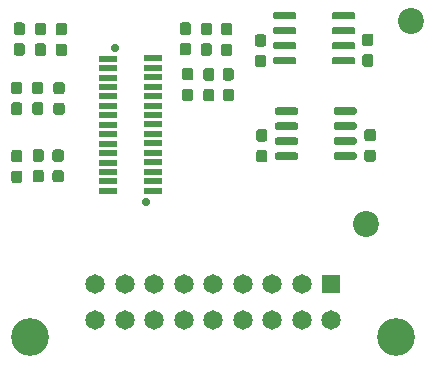
<source format=gbr>
G04 #@! TF.GenerationSoftware,KiCad,Pcbnew,(5.1.2)-2*
G04 #@! TF.CreationDate,2020-01-30T13:06:46+01:00*
G04 #@! TF.ProjectId,Pedalbox Extenion Board,50656461-6c62-46f7-9820-457874656e69,rev?*
G04 #@! TF.SameCoordinates,Original*
G04 #@! TF.FileFunction,Soldermask,Top*
G04 #@! TF.FilePolarity,Negative*
%FSLAX46Y46*%
G04 Gerber Fmt 4.6, Leading zero omitted, Abs format (unit mm)*
G04 Created by KiCad (PCBNEW (5.1.2)-2) date 2020-01-30 13:06:46*
%MOMM*%
%LPD*%
G04 APERTURE LIST*
%ADD10R,1.500000X0.550000*%
%ADD11C,0.700000*%
%ADD12C,2.200000*%
%ADD13C,0.100000*%
%ADD14C,0.950000*%
%ADD15C,1.650000*%
%ADD16C,3.200000*%
%ADD17R,1.650000X1.650000*%
%ADD18C,0.600000*%
G04 APERTURE END LIST*
D10*
X141100000Y-137600000D03*
X144900000Y-137574600D03*
X141100000Y-136800000D03*
X144900000Y-136774600D03*
X141100000Y-136000000D03*
X144900000Y-135974600D03*
X141100000Y-135200000D03*
X144900000Y-135174600D03*
X141100000Y-134400000D03*
X144900000Y-134374600D03*
X141100000Y-133600000D03*
X144900000Y-133574600D03*
X141100000Y-132800000D03*
X144900000Y-132774600D03*
X141100000Y-132000000D03*
X144900000Y-131974600D03*
X141100000Y-131200000D03*
X144900000Y-131174600D03*
X141100000Y-130400000D03*
X144900000Y-130374600D03*
X141100000Y-129600000D03*
X144900000Y-129574600D03*
X141100000Y-128800000D03*
X144900000Y-128774600D03*
X141100000Y-128000000D03*
X144900000Y-127974600D03*
X141100000Y-127200000D03*
X144900000Y-127174600D03*
X141100000Y-126400000D03*
X144900000Y-126374600D03*
D11*
X144300000Y-138500000D03*
X141700000Y-125500000D03*
D12*
X162912000Y-140422000D03*
X166712900Y-123215400D03*
D13*
G36*
X148088779Y-128938644D02*
G01*
X148111834Y-128942063D01*
X148134443Y-128947727D01*
X148156387Y-128955579D01*
X148177457Y-128965544D01*
X148197448Y-128977526D01*
X148216168Y-128991410D01*
X148233438Y-129007062D01*
X148249090Y-129024332D01*
X148262974Y-129043052D01*
X148274956Y-129063043D01*
X148284921Y-129084113D01*
X148292773Y-129106057D01*
X148298437Y-129128666D01*
X148301856Y-129151721D01*
X148303000Y-129175000D01*
X148303000Y-129750000D01*
X148301856Y-129773279D01*
X148298437Y-129796334D01*
X148292773Y-129818943D01*
X148284921Y-129840887D01*
X148274956Y-129861957D01*
X148262974Y-129881948D01*
X148249090Y-129900668D01*
X148233438Y-129917938D01*
X148216168Y-129933590D01*
X148197448Y-129947474D01*
X148177457Y-129959456D01*
X148156387Y-129969421D01*
X148134443Y-129977273D01*
X148111834Y-129982937D01*
X148088779Y-129986356D01*
X148065500Y-129987500D01*
X147590500Y-129987500D01*
X147567221Y-129986356D01*
X147544166Y-129982937D01*
X147521557Y-129977273D01*
X147499613Y-129969421D01*
X147478543Y-129959456D01*
X147458552Y-129947474D01*
X147439832Y-129933590D01*
X147422562Y-129917938D01*
X147406910Y-129900668D01*
X147393026Y-129881948D01*
X147381044Y-129861957D01*
X147371079Y-129840887D01*
X147363227Y-129818943D01*
X147357563Y-129796334D01*
X147354144Y-129773279D01*
X147353000Y-129750000D01*
X147353000Y-129175000D01*
X147354144Y-129151721D01*
X147357563Y-129128666D01*
X147363227Y-129106057D01*
X147371079Y-129084113D01*
X147381044Y-129063043D01*
X147393026Y-129043052D01*
X147406910Y-129024332D01*
X147422562Y-129007062D01*
X147439832Y-128991410D01*
X147458552Y-128977526D01*
X147478543Y-128965544D01*
X147499613Y-128955579D01*
X147521557Y-128947727D01*
X147544166Y-128942063D01*
X147567221Y-128938644D01*
X147590500Y-128937500D01*
X148065500Y-128937500D01*
X148088779Y-128938644D01*
X148088779Y-128938644D01*
G37*
D14*
X147828000Y-129462500D03*
D13*
G36*
X148088779Y-127188644D02*
G01*
X148111834Y-127192063D01*
X148134443Y-127197727D01*
X148156387Y-127205579D01*
X148177457Y-127215544D01*
X148197448Y-127227526D01*
X148216168Y-127241410D01*
X148233438Y-127257062D01*
X148249090Y-127274332D01*
X148262974Y-127293052D01*
X148274956Y-127313043D01*
X148284921Y-127334113D01*
X148292773Y-127356057D01*
X148298437Y-127378666D01*
X148301856Y-127401721D01*
X148303000Y-127425000D01*
X148303000Y-128000000D01*
X148301856Y-128023279D01*
X148298437Y-128046334D01*
X148292773Y-128068943D01*
X148284921Y-128090887D01*
X148274956Y-128111957D01*
X148262974Y-128131948D01*
X148249090Y-128150668D01*
X148233438Y-128167938D01*
X148216168Y-128183590D01*
X148197448Y-128197474D01*
X148177457Y-128209456D01*
X148156387Y-128219421D01*
X148134443Y-128227273D01*
X148111834Y-128232937D01*
X148088779Y-128236356D01*
X148065500Y-128237500D01*
X147590500Y-128237500D01*
X147567221Y-128236356D01*
X147544166Y-128232937D01*
X147521557Y-128227273D01*
X147499613Y-128219421D01*
X147478543Y-128209456D01*
X147458552Y-128197474D01*
X147439832Y-128183590D01*
X147422562Y-128167938D01*
X147406910Y-128150668D01*
X147393026Y-128131948D01*
X147381044Y-128111957D01*
X147371079Y-128090887D01*
X147363227Y-128068943D01*
X147357563Y-128046334D01*
X147354144Y-128023279D01*
X147353000Y-128000000D01*
X147353000Y-127425000D01*
X147354144Y-127401721D01*
X147357563Y-127378666D01*
X147363227Y-127356057D01*
X147371079Y-127334113D01*
X147381044Y-127313043D01*
X147393026Y-127293052D01*
X147406910Y-127274332D01*
X147422562Y-127257062D01*
X147439832Y-127241410D01*
X147458552Y-127227526D01*
X147478543Y-127215544D01*
X147499613Y-127205579D01*
X147521557Y-127197727D01*
X147544166Y-127192063D01*
X147567221Y-127188644D01*
X147590500Y-127187500D01*
X148065500Y-127187500D01*
X148088779Y-127188644D01*
X148088779Y-127188644D01*
G37*
D14*
X147828000Y-127712500D03*
D13*
G36*
X151530479Y-128951344D02*
G01*
X151553534Y-128954763D01*
X151576143Y-128960427D01*
X151598087Y-128968279D01*
X151619157Y-128978244D01*
X151639148Y-128990226D01*
X151657868Y-129004110D01*
X151675138Y-129019762D01*
X151690790Y-129037032D01*
X151704674Y-129055752D01*
X151716656Y-129075743D01*
X151726621Y-129096813D01*
X151734473Y-129118757D01*
X151740137Y-129141366D01*
X151743556Y-129164421D01*
X151744700Y-129187700D01*
X151744700Y-129762700D01*
X151743556Y-129785979D01*
X151740137Y-129809034D01*
X151734473Y-129831643D01*
X151726621Y-129853587D01*
X151716656Y-129874657D01*
X151704674Y-129894648D01*
X151690790Y-129913368D01*
X151675138Y-129930638D01*
X151657868Y-129946290D01*
X151639148Y-129960174D01*
X151619157Y-129972156D01*
X151598087Y-129982121D01*
X151576143Y-129989973D01*
X151553534Y-129995637D01*
X151530479Y-129999056D01*
X151507200Y-130000200D01*
X151032200Y-130000200D01*
X151008921Y-129999056D01*
X150985866Y-129995637D01*
X150963257Y-129989973D01*
X150941313Y-129982121D01*
X150920243Y-129972156D01*
X150900252Y-129960174D01*
X150881532Y-129946290D01*
X150864262Y-129930638D01*
X150848610Y-129913368D01*
X150834726Y-129894648D01*
X150822744Y-129874657D01*
X150812779Y-129853587D01*
X150804927Y-129831643D01*
X150799263Y-129809034D01*
X150795844Y-129785979D01*
X150794700Y-129762700D01*
X150794700Y-129187700D01*
X150795844Y-129164421D01*
X150799263Y-129141366D01*
X150804927Y-129118757D01*
X150812779Y-129096813D01*
X150822744Y-129075743D01*
X150834726Y-129055752D01*
X150848610Y-129037032D01*
X150864262Y-129019762D01*
X150881532Y-129004110D01*
X150900252Y-128990226D01*
X150920243Y-128978244D01*
X150941313Y-128968279D01*
X150963257Y-128960427D01*
X150985866Y-128954763D01*
X151008921Y-128951344D01*
X151032200Y-128950200D01*
X151507200Y-128950200D01*
X151530479Y-128951344D01*
X151530479Y-128951344D01*
G37*
D14*
X151269700Y-129475200D03*
D13*
G36*
X151530479Y-127201344D02*
G01*
X151553534Y-127204763D01*
X151576143Y-127210427D01*
X151598087Y-127218279D01*
X151619157Y-127228244D01*
X151639148Y-127240226D01*
X151657868Y-127254110D01*
X151675138Y-127269762D01*
X151690790Y-127287032D01*
X151704674Y-127305752D01*
X151716656Y-127325743D01*
X151726621Y-127346813D01*
X151734473Y-127368757D01*
X151740137Y-127391366D01*
X151743556Y-127414421D01*
X151744700Y-127437700D01*
X151744700Y-128012700D01*
X151743556Y-128035979D01*
X151740137Y-128059034D01*
X151734473Y-128081643D01*
X151726621Y-128103587D01*
X151716656Y-128124657D01*
X151704674Y-128144648D01*
X151690790Y-128163368D01*
X151675138Y-128180638D01*
X151657868Y-128196290D01*
X151639148Y-128210174D01*
X151619157Y-128222156D01*
X151598087Y-128232121D01*
X151576143Y-128239973D01*
X151553534Y-128245637D01*
X151530479Y-128249056D01*
X151507200Y-128250200D01*
X151032200Y-128250200D01*
X151008921Y-128249056D01*
X150985866Y-128245637D01*
X150963257Y-128239973D01*
X150941313Y-128232121D01*
X150920243Y-128222156D01*
X150900252Y-128210174D01*
X150881532Y-128196290D01*
X150864262Y-128180638D01*
X150848610Y-128163368D01*
X150834726Y-128144648D01*
X150822744Y-128124657D01*
X150812779Y-128103587D01*
X150804927Y-128081643D01*
X150799263Y-128059034D01*
X150795844Y-128035979D01*
X150794700Y-128012700D01*
X150794700Y-127437700D01*
X150795844Y-127414421D01*
X150799263Y-127391366D01*
X150804927Y-127368757D01*
X150812779Y-127346813D01*
X150822744Y-127325743D01*
X150834726Y-127305752D01*
X150848610Y-127287032D01*
X150864262Y-127269762D01*
X150881532Y-127254110D01*
X150900252Y-127240226D01*
X150920243Y-127228244D01*
X150941313Y-127218279D01*
X150963257Y-127210427D01*
X150985866Y-127204763D01*
X151008921Y-127201344D01*
X151032200Y-127200200D01*
X151507200Y-127200200D01*
X151530479Y-127201344D01*
X151530479Y-127201344D01*
G37*
D14*
X151269700Y-127725200D03*
D13*
G36*
X149879479Y-128964044D02*
G01*
X149902534Y-128967463D01*
X149925143Y-128973127D01*
X149947087Y-128980979D01*
X149968157Y-128990944D01*
X149988148Y-129002926D01*
X150006868Y-129016810D01*
X150024138Y-129032462D01*
X150039790Y-129049732D01*
X150053674Y-129068452D01*
X150065656Y-129088443D01*
X150075621Y-129109513D01*
X150083473Y-129131457D01*
X150089137Y-129154066D01*
X150092556Y-129177121D01*
X150093700Y-129200400D01*
X150093700Y-129775400D01*
X150092556Y-129798679D01*
X150089137Y-129821734D01*
X150083473Y-129844343D01*
X150075621Y-129866287D01*
X150065656Y-129887357D01*
X150053674Y-129907348D01*
X150039790Y-129926068D01*
X150024138Y-129943338D01*
X150006868Y-129958990D01*
X149988148Y-129972874D01*
X149968157Y-129984856D01*
X149947087Y-129994821D01*
X149925143Y-130002673D01*
X149902534Y-130008337D01*
X149879479Y-130011756D01*
X149856200Y-130012900D01*
X149381200Y-130012900D01*
X149357921Y-130011756D01*
X149334866Y-130008337D01*
X149312257Y-130002673D01*
X149290313Y-129994821D01*
X149269243Y-129984856D01*
X149249252Y-129972874D01*
X149230532Y-129958990D01*
X149213262Y-129943338D01*
X149197610Y-129926068D01*
X149183726Y-129907348D01*
X149171744Y-129887357D01*
X149161779Y-129866287D01*
X149153927Y-129844343D01*
X149148263Y-129821734D01*
X149144844Y-129798679D01*
X149143700Y-129775400D01*
X149143700Y-129200400D01*
X149144844Y-129177121D01*
X149148263Y-129154066D01*
X149153927Y-129131457D01*
X149161779Y-129109513D01*
X149171744Y-129088443D01*
X149183726Y-129068452D01*
X149197610Y-129049732D01*
X149213262Y-129032462D01*
X149230532Y-129016810D01*
X149249252Y-129002926D01*
X149269243Y-128990944D01*
X149290313Y-128980979D01*
X149312257Y-128973127D01*
X149334866Y-128967463D01*
X149357921Y-128964044D01*
X149381200Y-128962900D01*
X149856200Y-128962900D01*
X149879479Y-128964044D01*
X149879479Y-128964044D01*
G37*
D14*
X149618700Y-129487900D03*
D13*
G36*
X149879479Y-127214044D02*
G01*
X149902534Y-127217463D01*
X149925143Y-127223127D01*
X149947087Y-127230979D01*
X149968157Y-127240944D01*
X149988148Y-127252926D01*
X150006868Y-127266810D01*
X150024138Y-127282462D01*
X150039790Y-127299732D01*
X150053674Y-127318452D01*
X150065656Y-127338443D01*
X150075621Y-127359513D01*
X150083473Y-127381457D01*
X150089137Y-127404066D01*
X150092556Y-127427121D01*
X150093700Y-127450400D01*
X150093700Y-128025400D01*
X150092556Y-128048679D01*
X150089137Y-128071734D01*
X150083473Y-128094343D01*
X150075621Y-128116287D01*
X150065656Y-128137357D01*
X150053674Y-128157348D01*
X150039790Y-128176068D01*
X150024138Y-128193338D01*
X150006868Y-128208990D01*
X149988148Y-128222874D01*
X149968157Y-128234856D01*
X149947087Y-128244821D01*
X149925143Y-128252673D01*
X149902534Y-128258337D01*
X149879479Y-128261756D01*
X149856200Y-128262900D01*
X149381200Y-128262900D01*
X149357921Y-128261756D01*
X149334866Y-128258337D01*
X149312257Y-128252673D01*
X149290313Y-128244821D01*
X149269243Y-128234856D01*
X149249252Y-128222874D01*
X149230532Y-128208990D01*
X149213262Y-128193338D01*
X149197610Y-128176068D01*
X149183726Y-128157348D01*
X149171744Y-128137357D01*
X149161779Y-128116287D01*
X149153927Y-128094343D01*
X149148263Y-128071734D01*
X149144844Y-128048679D01*
X149143700Y-128025400D01*
X149143700Y-127450400D01*
X149144844Y-127427121D01*
X149148263Y-127404066D01*
X149153927Y-127381457D01*
X149161779Y-127359513D01*
X149171744Y-127338443D01*
X149183726Y-127318452D01*
X149197610Y-127299732D01*
X149213262Y-127282462D01*
X149230532Y-127266810D01*
X149249252Y-127252926D01*
X149269243Y-127240944D01*
X149290313Y-127230979D01*
X149312257Y-127223127D01*
X149334866Y-127217463D01*
X149357921Y-127214044D01*
X149381200Y-127212900D01*
X149856200Y-127212900D01*
X149879479Y-127214044D01*
X149879479Y-127214044D01*
G37*
D14*
X149618700Y-127737900D03*
D13*
G36*
X137115979Y-135833444D02*
G01*
X137139034Y-135836863D01*
X137161643Y-135842527D01*
X137183587Y-135850379D01*
X137204657Y-135860344D01*
X137224648Y-135872326D01*
X137243368Y-135886210D01*
X137260638Y-135901862D01*
X137276290Y-135919132D01*
X137290174Y-135937852D01*
X137302156Y-135957843D01*
X137312121Y-135978913D01*
X137319973Y-136000857D01*
X137325637Y-136023466D01*
X137329056Y-136046521D01*
X137330200Y-136069800D01*
X137330200Y-136644800D01*
X137329056Y-136668079D01*
X137325637Y-136691134D01*
X137319973Y-136713743D01*
X137312121Y-136735687D01*
X137302156Y-136756757D01*
X137290174Y-136776748D01*
X137276290Y-136795468D01*
X137260638Y-136812738D01*
X137243368Y-136828390D01*
X137224648Y-136842274D01*
X137204657Y-136854256D01*
X137183587Y-136864221D01*
X137161643Y-136872073D01*
X137139034Y-136877737D01*
X137115979Y-136881156D01*
X137092700Y-136882300D01*
X136617700Y-136882300D01*
X136594421Y-136881156D01*
X136571366Y-136877737D01*
X136548757Y-136872073D01*
X136526813Y-136864221D01*
X136505743Y-136854256D01*
X136485752Y-136842274D01*
X136467032Y-136828390D01*
X136449762Y-136812738D01*
X136434110Y-136795468D01*
X136420226Y-136776748D01*
X136408244Y-136756757D01*
X136398279Y-136735687D01*
X136390427Y-136713743D01*
X136384763Y-136691134D01*
X136381344Y-136668079D01*
X136380200Y-136644800D01*
X136380200Y-136069800D01*
X136381344Y-136046521D01*
X136384763Y-136023466D01*
X136390427Y-136000857D01*
X136398279Y-135978913D01*
X136408244Y-135957843D01*
X136420226Y-135937852D01*
X136434110Y-135919132D01*
X136449762Y-135901862D01*
X136467032Y-135886210D01*
X136485752Y-135872326D01*
X136505743Y-135860344D01*
X136526813Y-135850379D01*
X136548757Y-135842527D01*
X136571366Y-135836863D01*
X136594421Y-135833444D01*
X136617700Y-135832300D01*
X137092700Y-135832300D01*
X137115979Y-135833444D01*
X137115979Y-135833444D01*
G37*
D14*
X136855200Y-136357300D03*
D13*
G36*
X137115979Y-134083444D02*
G01*
X137139034Y-134086863D01*
X137161643Y-134092527D01*
X137183587Y-134100379D01*
X137204657Y-134110344D01*
X137224648Y-134122326D01*
X137243368Y-134136210D01*
X137260638Y-134151862D01*
X137276290Y-134169132D01*
X137290174Y-134187852D01*
X137302156Y-134207843D01*
X137312121Y-134228913D01*
X137319973Y-134250857D01*
X137325637Y-134273466D01*
X137329056Y-134296521D01*
X137330200Y-134319800D01*
X137330200Y-134894800D01*
X137329056Y-134918079D01*
X137325637Y-134941134D01*
X137319973Y-134963743D01*
X137312121Y-134985687D01*
X137302156Y-135006757D01*
X137290174Y-135026748D01*
X137276290Y-135045468D01*
X137260638Y-135062738D01*
X137243368Y-135078390D01*
X137224648Y-135092274D01*
X137204657Y-135104256D01*
X137183587Y-135114221D01*
X137161643Y-135122073D01*
X137139034Y-135127737D01*
X137115979Y-135131156D01*
X137092700Y-135132300D01*
X136617700Y-135132300D01*
X136594421Y-135131156D01*
X136571366Y-135127737D01*
X136548757Y-135122073D01*
X136526813Y-135114221D01*
X136505743Y-135104256D01*
X136485752Y-135092274D01*
X136467032Y-135078390D01*
X136449762Y-135062738D01*
X136434110Y-135045468D01*
X136420226Y-135026748D01*
X136408244Y-135006757D01*
X136398279Y-134985687D01*
X136390427Y-134963743D01*
X136384763Y-134941134D01*
X136381344Y-134918079D01*
X136380200Y-134894800D01*
X136380200Y-134319800D01*
X136381344Y-134296521D01*
X136384763Y-134273466D01*
X136390427Y-134250857D01*
X136398279Y-134228913D01*
X136408244Y-134207843D01*
X136420226Y-134187852D01*
X136434110Y-134169132D01*
X136449762Y-134151862D01*
X136467032Y-134136210D01*
X136485752Y-134122326D01*
X136505743Y-134110344D01*
X136526813Y-134100379D01*
X136548757Y-134092527D01*
X136571366Y-134086863D01*
X136594421Y-134083444D01*
X136617700Y-134082300D01*
X137092700Y-134082300D01*
X137115979Y-134083444D01*
X137115979Y-134083444D01*
G37*
D14*
X136855200Y-134607300D03*
D13*
G36*
X137382679Y-123378644D02*
G01*
X137405734Y-123382063D01*
X137428343Y-123387727D01*
X137450287Y-123395579D01*
X137471357Y-123405544D01*
X137491348Y-123417526D01*
X137510068Y-123431410D01*
X137527338Y-123447062D01*
X137542990Y-123464332D01*
X137556874Y-123483052D01*
X137568856Y-123503043D01*
X137578821Y-123524113D01*
X137586673Y-123546057D01*
X137592337Y-123568666D01*
X137595756Y-123591721D01*
X137596900Y-123615000D01*
X137596900Y-124190000D01*
X137595756Y-124213279D01*
X137592337Y-124236334D01*
X137586673Y-124258943D01*
X137578821Y-124280887D01*
X137568856Y-124301957D01*
X137556874Y-124321948D01*
X137542990Y-124340668D01*
X137527338Y-124357938D01*
X137510068Y-124373590D01*
X137491348Y-124387474D01*
X137471357Y-124399456D01*
X137450287Y-124409421D01*
X137428343Y-124417273D01*
X137405734Y-124422937D01*
X137382679Y-124426356D01*
X137359400Y-124427500D01*
X136884400Y-124427500D01*
X136861121Y-124426356D01*
X136838066Y-124422937D01*
X136815457Y-124417273D01*
X136793513Y-124409421D01*
X136772443Y-124399456D01*
X136752452Y-124387474D01*
X136733732Y-124373590D01*
X136716462Y-124357938D01*
X136700810Y-124340668D01*
X136686926Y-124321948D01*
X136674944Y-124301957D01*
X136664979Y-124280887D01*
X136657127Y-124258943D01*
X136651463Y-124236334D01*
X136648044Y-124213279D01*
X136646900Y-124190000D01*
X136646900Y-123615000D01*
X136648044Y-123591721D01*
X136651463Y-123568666D01*
X136657127Y-123546057D01*
X136664979Y-123524113D01*
X136674944Y-123503043D01*
X136686926Y-123483052D01*
X136700810Y-123464332D01*
X136716462Y-123447062D01*
X136733732Y-123431410D01*
X136752452Y-123417526D01*
X136772443Y-123405544D01*
X136793513Y-123395579D01*
X136815457Y-123387727D01*
X136838066Y-123382063D01*
X136861121Y-123378644D01*
X136884400Y-123377500D01*
X137359400Y-123377500D01*
X137382679Y-123378644D01*
X137382679Y-123378644D01*
G37*
D14*
X137121900Y-123902500D03*
D13*
G36*
X137382679Y-125128644D02*
G01*
X137405734Y-125132063D01*
X137428343Y-125137727D01*
X137450287Y-125145579D01*
X137471357Y-125155544D01*
X137491348Y-125167526D01*
X137510068Y-125181410D01*
X137527338Y-125197062D01*
X137542990Y-125214332D01*
X137556874Y-125233052D01*
X137568856Y-125253043D01*
X137578821Y-125274113D01*
X137586673Y-125296057D01*
X137592337Y-125318666D01*
X137595756Y-125341721D01*
X137596900Y-125365000D01*
X137596900Y-125940000D01*
X137595756Y-125963279D01*
X137592337Y-125986334D01*
X137586673Y-126008943D01*
X137578821Y-126030887D01*
X137568856Y-126051957D01*
X137556874Y-126071948D01*
X137542990Y-126090668D01*
X137527338Y-126107938D01*
X137510068Y-126123590D01*
X137491348Y-126137474D01*
X137471357Y-126149456D01*
X137450287Y-126159421D01*
X137428343Y-126167273D01*
X137405734Y-126172937D01*
X137382679Y-126176356D01*
X137359400Y-126177500D01*
X136884400Y-126177500D01*
X136861121Y-126176356D01*
X136838066Y-126172937D01*
X136815457Y-126167273D01*
X136793513Y-126159421D01*
X136772443Y-126149456D01*
X136752452Y-126137474D01*
X136733732Y-126123590D01*
X136716462Y-126107938D01*
X136700810Y-126090668D01*
X136686926Y-126071948D01*
X136674944Y-126051957D01*
X136664979Y-126030887D01*
X136657127Y-126008943D01*
X136651463Y-125986334D01*
X136648044Y-125963279D01*
X136646900Y-125940000D01*
X136646900Y-125365000D01*
X136648044Y-125341721D01*
X136651463Y-125318666D01*
X136657127Y-125296057D01*
X136664979Y-125274113D01*
X136674944Y-125253043D01*
X136686926Y-125233052D01*
X136700810Y-125214332D01*
X136716462Y-125197062D01*
X136733732Y-125181410D01*
X136752452Y-125167526D01*
X136772443Y-125155544D01*
X136793513Y-125145579D01*
X136815457Y-125137727D01*
X136838066Y-125132063D01*
X136861121Y-125128644D01*
X136884400Y-125127500D01*
X137359400Y-125127500D01*
X137382679Y-125128644D01*
X137382679Y-125128644D01*
G37*
D14*
X137121900Y-125652500D03*
D13*
G36*
X147898279Y-123327844D02*
G01*
X147921334Y-123331263D01*
X147943943Y-123336927D01*
X147965887Y-123344779D01*
X147986957Y-123354744D01*
X148006948Y-123366726D01*
X148025668Y-123380610D01*
X148042938Y-123396262D01*
X148058590Y-123413532D01*
X148072474Y-123432252D01*
X148084456Y-123452243D01*
X148094421Y-123473313D01*
X148102273Y-123495257D01*
X148107937Y-123517866D01*
X148111356Y-123540921D01*
X148112500Y-123564200D01*
X148112500Y-124139200D01*
X148111356Y-124162479D01*
X148107937Y-124185534D01*
X148102273Y-124208143D01*
X148094421Y-124230087D01*
X148084456Y-124251157D01*
X148072474Y-124271148D01*
X148058590Y-124289868D01*
X148042938Y-124307138D01*
X148025668Y-124322790D01*
X148006948Y-124336674D01*
X147986957Y-124348656D01*
X147965887Y-124358621D01*
X147943943Y-124366473D01*
X147921334Y-124372137D01*
X147898279Y-124375556D01*
X147875000Y-124376700D01*
X147400000Y-124376700D01*
X147376721Y-124375556D01*
X147353666Y-124372137D01*
X147331057Y-124366473D01*
X147309113Y-124358621D01*
X147288043Y-124348656D01*
X147268052Y-124336674D01*
X147249332Y-124322790D01*
X147232062Y-124307138D01*
X147216410Y-124289868D01*
X147202526Y-124271148D01*
X147190544Y-124251157D01*
X147180579Y-124230087D01*
X147172727Y-124208143D01*
X147167063Y-124185534D01*
X147163644Y-124162479D01*
X147162500Y-124139200D01*
X147162500Y-123564200D01*
X147163644Y-123540921D01*
X147167063Y-123517866D01*
X147172727Y-123495257D01*
X147180579Y-123473313D01*
X147190544Y-123452243D01*
X147202526Y-123432252D01*
X147216410Y-123413532D01*
X147232062Y-123396262D01*
X147249332Y-123380610D01*
X147268052Y-123366726D01*
X147288043Y-123354744D01*
X147309113Y-123344779D01*
X147331057Y-123336927D01*
X147353666Y-123331263D01*
X147376721Y-123327844D01*
X147400000Y-123326700D01*
X147875000Y-123326700D01*
X147898279Y-123327844D01*
X147898279Y-123327844D01*
G37*
D14*
X147637500Y-123851700D03*
D13*
G36*
X147898279Y-125077844D02*
G01*
X147921334Y-125081263D01*
X147943943Y-125086927D01*
X147965887Y-125094779D01*
X147986957Y-125104744D01*
X148006948Y-125116726D01*
X148025668Y-125130610D01*
X148042938Y-125146262D01*
X148058590Y-125163532D01*
X148072474Y-125182252D01*
X148084456Y-125202243D01*
X148094421Y-125223313D01*
X148102273Y-125245257D01*
X148107937Y-125267866D01*
X148111356Y-125290921D01*
X148112500Y-125314200D01*
X148112500Y-125889200D01*
X148111356Y-125912479D01*
X148107937Y-125935534D01*
X148102273Y-125958143D01*
X148094421Y-125980087D01*
X148084456Y-126001157D01*
X148072474Y-126021148D01*
X148058590Y-126039868D01*
X148042938Y-126057138D01*
X148025668Y-126072790D01*
X148006948Y-126086674D01*
X147986957Y-126098656D01*
X147965887Y-126108621D01*
X147943943Y-126116473D01*
X147921334Y-126122137D01*
X147898279Y-126125556D01*
X147875000Y-126126700D01*
X147400000Y-126126700D01*
X147376721Y-126125556D01*
X147353666Y-126122137D01*
X147331057Y-126116473D01*
X147309113Y-126108621D01*
X147288043Y-126098656D01*
X147268052Y-126086674D01*
X147249332Y-126072790D01*
X147232062Y-126057138D01*
X147216410Y-126039868D01*
X147202526Y-126021148D01*
X147190544Y-126001157D01*
X147180579Y-125980087D01*
X147172727Y-125958143D01*
X147167063Y-125935534D01*
X147163644Y-125912479D01*
X147162500Y-125889200D01*
X147162500Y-125314200D01*
X147163644Y-125290921D01*
X147167063Y-125267866D01*
X147172727Y-125245257D01*
X147180579Y-125223313D01*
X147190544Y-125202243D01*
X147202526Y-125182252D01*
X147216410Y-125163532D01*
X147232062Y-125146262D01*
X147249332Y-125130610D01*
X147268052Y-125116726D01*
X147288043Y-125104744D01*
X147309113Y-125094779D01*
X147331057Y-125086927D01*
X147353666Y-125081263D01*
X147376721Y-125077844D01*
X147400000Y-125076700D01*
X147875000Y-125076700D01*
X147898279Y-125077844D01*
X147898279Y-125077844D01*
G37*
D14*
X147637500Y-125601700D03*
D13*
G36*
X137192179Y-130119744D02*
G01*
X137215234Y-130123163D01*
X137237843Y-130128827D01*
X137259787Y-130136679D01*
X137280857Y-130146644D01*
X137300848Y-130158626D01*
X137319568Y-130172510D01*
X137336838Y-130188162D01*
X137352490Y-130205432D01*
X137366374Y-130224152D01*
X137378356Y-130244143D01*
X137388321Y-130265213D01*
X137396173Y-130287157D01*
X137401837Y-130309766D01*
X137405256Y-130332821D01*
X137406400Y-130356100D01*
X137406400Y-130931100D01*
X137405256Y-130954379D01*
X137401837Y-130977434D01*
X137396173Y-131000043D01*
X137388321Y-131021987D01*
X137378356Y-131043057D01*
X137366374Y-131063048D01*
X137352490Y-131081768D01*
X137336838Y-131099038D01*
X137319568Y-131114690D01*
X137300848Y-131128574D01*
X137280857Y-131140556D01*
X137259787Y-131150521D01*
X137237843Y-131158373D01*
X137215234Y-131164037D01*
X137192179Y-131167456D01*
X137168900Y-131168600D01*
X136693900Y-131168600D01*
X136670621Y-131167456D01*
X136647566Y-131164037D01*
X136624957Y-131158373D01*
X136603013Y-131150521D01*
X136581943Y-131140556D01*
X136561952Y-131128574D01*
X136543232Y-131114690D01*
X136525962Y-131099038D01*
X136510310Y-131081768D01*
X136496426Y-131063048D01*
X136484444Y-131043057D01*
X136474479Y-131021987D01*
X136466627Y-131000043D01*
X136460963Y-130977434D01*
X136457544Y-130954379D01*
X136456400Y-130931100D01*
X136456400Y-130356100D01*
X136457544Y-130332821D01*
X136460963Y-130309766D01*
X136466627Y-130287157D01*
X136474479Y-130265213D01*
X136484444Y-130244143D01*
X136496426Y-130224152D01*
X136510310Y-130205432D01*
X136525962Y-130188162D01*
X136543232Y-130172510D01*
X136561952Y-130158626D01*
X136581943Y-130146644D01*
X136603013Y-130136679D01*
X136624957Y-130128827D01*
X136647566Y-130123163D01*
X136670621Y-130119744D01*
X136693900Y-130118600D01*
X137168900Y-130118600D01*
X137192179Y-130119744D01*
X137192179Y-130119744D01*
G37*
D14*
X136931400Y-130643600D03*
D13*
G36*
X137192179Y-128369744D02*
G01*
X137215234Y-128373163D01*
X137237843Y-128378827D01*
X137259787Y-128386679D01*
X137280857Y-128396644D01*
X137300848Y-128408626D01*
X137319568Y-128422510D01*
X137336838Y-128438162D01*
X137352490Y-128455432D01*
X137366374Y-128474152D01*
X137378356Y-128494143D01*
X137388321Y-128515213D01*
X137396173Y-128537157D01*
X137401837Y-128559766D01*
X137405256Y-128582821D01*
X137406400Y-128606100D01*
X137406400Y-129181100D01*
X137405256Y-129204379D01*
X137401837Y-129227434D01*
X137396173Y-129250043D01*
X137388321Y-129271987D01*
X137378356Y-129293057D01*
X137366374Y-129313048D01*
X137352490Y-129331768D01*
X137336838Y-129349038D01*
X137319568Y-129364690D01*
X137300848Y-129378574D01*
X137280857Y-129390556D01*
X137259787Y-129400521D01*
X137237843Y-129408373D01*
X137215234Y-129414037D01*
X137192179Y-129417456D01*
X137168900Y-129418600D01*
X136693900Y-129418600D01*
X136670621Y-129417456D01*
X136647566Y-129414037D01*
X136624957Y-129408373D01*
X136603013Y-129400521D01*
X136581943Y-129390556D01*
X136561952Y-129378574D01*
X136543232Y-129364690D01*
X136525962Y-129349038D01*
X136510310Y-129331768D01*
X136496426Y-129313048D01*
X136484444Y-129293057D01*
X136474479Y-129271987D01*
X136466627Y-129250043D01*
X136460963Y-129227434D01*
X136457544Y-129204379D01*
X136456400Y-129181100D01*
X136456400Y-128606100D01*
X136457544Y-128582821D01*
X136460963Y-128559766D01*
X136466627Y-128537157D01*
X136474479Y-128515213D01*
X136484444Y-128494143D01*
X136496426Y-128474152D01*
X136510310Y-128455432D01*
X136525962Y-128438162D01*
X136543232Y-128422510D01*
X136561952Y-128408626D01*
X136581943Y-128396644D01*
X136603013Y-128386679D01*
X136624957Y-128378827D01*
X136647566Y-128373163D01*
X136670621Y-128369744D01*
X136693900Y-128368600D01*
X137168900Y-128368600D01*
X137192179Y-128369744D01*
X137192179Y-128369744D01*
G37*
D14*
X136931400Y-128893600D03*
D13*
G36*
X133623479Y-135872844D02*
G01*
X133646534Y-135876263D01*
X133669143Y-135881927D01*
X133691087Y-135889779D01*
X133712157Y-135899744D01*
X133732148Y-135911726D01*
X133750868Y-135925610D01*
X133768138Y-135941262D01*
X133783790Y-135958532D01*
X133797674Y-135977252D01*
X133809656Y-135997243D01*
X133819621Y-136018313D01*
X133827473Y-136040257D01*
X133833137Y-136062866D01*
X133836556Y-136085921D01*
X133837700Y-136109200D01*
X133837700Y-136684200D01*
X133836556Y-136707479D01*
X133833137Y-136730534D01*
X133827473Y-136753143D01*
X133819621Y-136775087D01*
X133809656Y-136796157D01*
X133797674Y-136816148D01*
X133783790Y-136834868D01*
X133768138Y-136852138D01*
X133750868Y-136867790D01*
X133732148Y-136881674D01*
X133712157Y-136893656D01*
X133691087Y-136903621D01*
X133669143Y-136911473D01*
X133646534Y-136917137D01*
X133623479Y-136920556D01*
X133600200Y-136921700D01*
X133125200Y-136921700D01*
X133101921Y-136920556D01*
X133078866Y-136917137D01*
X133056257Y-136911473D01*
X133034313Y-136903621D01*
X133013243Y-136893656D01*
X132993252Y-136881674D01*
X132974532Y-136867790D01*
X132957262Y-136852138D01*
X132941610Y-136834868D01*
X132927726Y-136816148D01*
X132915744Y-136796157D01*
X132905779Y-136775087D01*
X132897927Y-136753143D01*
X132892263Y-136730534D01*
X132888844Y-136707479D01*
X132887700Y-136684200D01*
X132887700Y-136109200D01*
X132888844Y-136085921D01*
X132892263Y-136062866D01*
X132897927Y-136040257D01*
X132905779Y-136018313D01*
X132915744Y-135997243D01*
X132927726Y-135977252D01*
X132941610Y-135958532D01*
X132957262Y-135941262D01*
X132974532Y-135925610D01*
X132993252Y-135911726D01*
X133013243Y-135899744D01*
X133034313Y-135889779D01*
X133056257Y-135881927D01*
X133078866Y-135876263D01*
X133101921Y-135872844D01*
X133125200Y-135871700D01*
X133600200Y-135871700D01*
X133623479Y-135872844D01*
X133623479Y-135872844D01*
G37*
D14*
X133362700Y-136396700D03*
D13*
G36*
X133623479Y-134122844D02*
G01*
X133646534Y-134126263D01*
X133669143Y-134131927D01*
X133691087Y-134139779D01*
X133712157Y-134149744D01*
X133732148Y-134161726D01*
X133750868Y-134175610D01*
X133768138Y-134191262D01*
X133783790Y-134208532D01*
X133797674Y-134227252D01*
X133809656Y-134247243D01*
X133819621Y-134268313D01*
X133827473Y-134290257D01*
X133833137Y-134312866D01*
X133836556Y-134335921D01*
X133837700Y-134359200D01*
X133837700Y-134934200D01*
X133836556Y-134957479D01*
X133833137Y-134980534D01*
X133827473Y-135003143D01*
X133819621Y-135025087D01*
X133809656Y-135046157D01*
X133797674Y-135066148D01*
X133783790Y-135084868D01*
X133768138Y-135102138D01*
X133750868Y-135117790D01*
X133732148Y-135131674D01*
X133712157Y-135143656D01*
X133691087Y-135153621D01*
X133669143Y-135161473D01*
X133646534Y-135167137D01*
X133623479Y-135170556D01*
X133600200Y-135171700D01*
X133125200Y-135171700D01*
X133101921Y-135170556D01*
X133078866Y-135167137D01*
X133056257Y-135161473D01*
X133034313Y-135153621D01*
X133013243Y-135143656D01*
X132993252Y-135131674D01*
X132974532Y-135117790D01*
X132957262Y-135102138D01*
X132941610Y-135084868D01*
X132927726Y-135066148D01*
X132915744Y-135046157D01*
X132905779Y-135025087D01*
X132897927Y-135003143D01*
X132892263Y-134980534D01*
X132888844Y-134957479D01*
X132887700Y-134934200D01*
X132887700Y-134359200D01*
X132888844Y-134335921D01*
X132892263Y-134312866D01*
X132897927Y-134290257D01*
X132905779Y-134268313D01*
X132915744Y-134247243D01*
X132927726Y-134227252D01*
X132941610Y-134208532D01*
X132957262Y-134191262D01*
X132974532Y-134175610D01*
X132993252Y-134161726D01*
X133013243Y-134149744D01*
X133034313Y-134139779D01*
X133056257Y-134131927D01*
X133078866Y-134126263D01*
X133101921Y-134122844D01*
X133125200Y-134121700D01*
X133600200Y-134121700D01*
X133623479Y-134122844D01*
X133623479Y-134122844D01*
G37*
D14*
X133362700Y-134646700D03*
D13*
G36*
X133826679Y-123340544D02*
G01*
X133849734Y-123343963D01*
X133872343Y-123349627D01*
X133894287Y-123357479D01*
X133915357Y-123367444D01*
X133935348Y-123379426D01*
X133954068Y-123393310D01*
X133971338Y-123408962D01*
X133986990Y-123426232D01*
X134000874Y-123444952D01*
X134012856Y-123464943D01*
X134022821Y-123486013D01*
X134030673Y-123507957D01*
X134036337Y-123530566D01*
X134039756Y-123553621D01*
X134040900Y-123576900D01*
X134040900Y-124151900D01*
X134039756Y-124175179D01*
X134036337Y-124198234D01*
X134030673Y-124220843D01*
X134022821Y-124242787D01*
X134012856Y-124263857D01*
X134000874Y-124283848D01*
X133986990Y-124302568D01*
X133971338Y-124319838D01*
X133954068Y-124335490D01*
X133935348Y-124349374D01*
X133915357Y-124361356D01*
X133894287Y-124371321D01*
X133872343Y-124379173D01*
X133849734Y-124384837D01*
X133826679Y-124388256D01*
X133803400Y-124389400D01*
X133328400Y-124389400D01*
X133305121Y-124388256D01*
X133282066Y-124384837D01*
X133259457Y-124379173D01*
X133237513Y-124371321D01*
X133216443Y-124361356D01*
X133196452Y-124349374D01*
X133177732Y-124335490D01*
X133160462Y-124319838D01*
X133144810Y-124302568D01*
X133130926Y-124283848D01*
X133118944Y-124263857D01*
X133108979Y-124242787D01*
X133101127Y-124220843D01*
X133095463Y-124198234D01*
X133092044Y-124175179D01*
X133090900Y-124151900D01*
X133090900Y-123576900D01*
X133092044Y-123553621D01*
X133095463Y-123530566D01*
X133101127Y-123507957D01*
X133108979Y-123486013D01*
X133118944Y-123464943D01*
X133130926Y-123444952D01*
X133144810Y-123426232D01*
X133160462Y-123408962D01*
X133177732Y-123393310D01*
X133196452Y-123379426D01*
X133216443Y-123367444D01*
X133237513Y-123357479D01*
X133259457Y-123349627D01*
X133282066Y-123343963D01*
X133305121Y-123340544D01*
X133328400Y-123339400D01*
X133803400Y-123339400D01*
X133826679Y-123340544D01*
X133826679Y-123340544D01*
G37*
D14*
X133565900Y-123864400D03*
D13*
G36*
X133826679Y-125090544D02*
G01*
X133849734Y-125093963D01*
X133872343Y-125099627D01*
X133894287Y-125107479D01*
X133915357Y-125117444D01*
X133935348Y-125129426D01*
X133954068Y-125143310D01*
X133971338Y-125158962D01*
X133986990Y-125176232D01*
X134000874Y-125194952D01*
X134012856Y-125214943D01*
X134022821Y-125236013D01*
X134030673Y-125257957D01*
X134036337Y-125280566D01*
X134039756Y-125303621D01*
X134040900Y-125326900D01*
X134040900Y-125901900D01*
X134039756Y-125925179D01*
X134036337Y-125948234D01*
X134030673Y-125970843D01*
X134022821Y-125992787D01*
X134012856Y-126013857D01*
X134000874Y-126033848D01*
X133986990Y-126052568D01*
X133971338Y-126069838D01*
X133954068Y-126085490D01*
X133935348Y-126099374D01*
X133915357Y-126111356D01*
X133894287Y-126121321D01*
X133872343Y-126129173D01*
X133849734Y-126134837D01*
X133826679Y-126138256D01*
X133803400Y-126139400D01*
X133328400Y-126139400D01*
X133305121Y-126138256D01*
X133282066Y-126134837D01*
X133259457Y-126129173D01*
X133237513Y-126121321D01*
X133216443Y-126111356D01*
X133196452Y-126099374D01*
X133177732Y-126085490D01*
X133160462Y-126069838D01*
X133144810Y-126052568D01*
X133130926Y-126033848D01*
X133118944Y-126013857D01*
X133108979Y-125992787D01*
X133101127Y-125970843D01*
X133095463Y-125948234D01*
X133092044Y-125925179D01*
X133090900Y-125901900D01*
X133090900Y-125326900D01*
X133092044Y-125303621D01*
X133095463Y-125280566D01*
X133101127Y-125257957D01*
X133108979Y-125236013D01*
X133118944Y-125214943D01*
X133130926Y-125194952D01*
X133144810Y-125176232D01*
X133160462Y-125158962D01*
X133177732Y-125143310D01*
X133196452Y-125129426D01*
X133216443Y-125117444D01*
X133237513Y-125107479D01*
X133259457Y-125099627D01*
X133282066Y-125093963D01*
X133305121Y-125090544D01*
X133328400Y-125089400D01*
X133803400Y-125089400D01*
X133826679Y-125090544D01*
X133826679Y-125090544D01*
G37*
D14*
X133565900Y-125614400D03*
D13*
G36*
X133598079Y-130107044D02*
G01*
X133621134Y-130110463D01*
X133643743Y-130116127D01*
X133665687Y-130123979D01*
X133686757Y-130133944D01*
X133706748Y-130145926D01*
X133725468Y-130159810D01*
X133742738Y-130175462D01*
X133758390Y-130192732D01*
X133772274Y-130211452D01*
X133784256Y-130231443D01*
X133794221Y-130252513D01*
X133802073Y-130274457D01*
X133807737Y-130297066D01*
X133811156Y-130320121D01*
X133812300Y-130343400D01*
X133812300Y-130918400D01*
X133811156Y-130941679D01*
X133807737Y-130964734D01*
X133802073Y-130987343D01*
X133794221Y-131009287D01*
X133784256Y-131030357D01*
X133772274Y-131050348D01*
X133758390Y-131069068D01*
X133742738Y-131086338D01*
X133725468Y-131101990D01*
X133706748Y-131115874D01*
X133686757Y-131127856D01*
X133665687Y-131137821D01*
X133643743Y-131145673D01*
X133621134Y-131151337D01*
X133598079Y-131154756D01*
X133574800Y-131155900D01*
X133099800Y-131155900D01*
X133076521Y-131154756D01*
X133053466Y-131151337D01*
X133030857Y-131145673D01*
X133008913Y-131137821D01*
X132987843Y-131127856D01*
X132967852Y-131115874D01*
X132949132Y-131101990D01*
X132931862Y-131086338D01*
X132916210Y-131069068D01*
X132902326Y-131050348D01*
X132890344Y-131030357D01*
X132880379Y-131009287D01*
X132872527Y-130987343D01*
X132866863Y-130964734D01*
X132863444Y-130941679D01*
X132862300Y-130918400D01*
X132862300Y-130343400D01*
X132863444Y-130320121D01*
X132866863Y-130297066D01*
X132872527Y-130274457D01*
X132880379Y-130252513D01*
X132890344Y-130231443D01*
X132902326Y-130211452D01*
X132916210Y-130192732D01*
X132931862Y-130175462D01*
X132949132Y-130159810D01*
X132967852Y-130145926D01*
X132987843Y-130133944D01*
X133008913Y-130123979D01*
X133030857Y-130116127D01*
X133053466Y-130110463D01*
X133076521Y-130107044D01*
X133099800Y-130105900D01*
X133574800Y-130105900D01*
X133598079Y-130107044D01*
X133598079Y-130107044D01*
G37*
D14*
X133337300Y-130630900D03*
D13*
G36*
X133598079Y-128357044D02*
G01*
X133621134Y-128360463D01*
X133643743Y-128366127D01*
X133665687Y-128373979D01*
X133686757Y-128383944D01*
X133706748Y-128395926D01*
X133725468Y-128409810D01*
X133742738Y-128425462D01*
X133758390Y-128442732D01*
X133772274Y-128461452D01*
X133784256Y-128481443D01*
X133794221Y-128502513D01*
X133802073Y-128524457D01*
X133807737Y-128547066D01*
X133811156Y-128570121D01*
X133812300Y-128593400D01*
X133812300Y-129168400D01*
X133811156Y-129191679D01*
X133807737Y-129214734D01*
X133802073Y-129237343D01*
X133794221Y-129259287D01*
X133784256Y-129280357D01*
X133772274Y-129300348D01*
X133758390Y-129319068D01*
X133742738Y-129336338D01*
X133725468Y-129351990D01*
X133706748Y-129365874D01*
X133686757Y-129377856D01*
X133665687Y-129387821D01*
X133643743Y-129395673D01*
X133621134Y-129401337D01*
X133598079Y-129404756D01*
X133574800Y-129405900D01*
X133099800Y-129405900D01*
X133076521Y-129404756D01*
X133053466Y-129401337D01*
X133030857Y-129395673D01*
X133008913Y-129387821D01*
X132987843Y-129377856D01*
X132967852Y-129365874D01*
X132949132Y-129351990D01*
X132931862Y-129336338D01*
X132916210Y-129319068D01*
X132902326Y-129300348D01*
X132890344Y-129280357D01*
X132880379Y-129259287D01*
X132872527Y-129237343D01*
X132866863Y-129214734D01*
X132863444Y-129191679D01*
X132862300Y-129168400D01*
X132862300Y-128593400D01*
X132863444Y-128570121D01*
X132866863Y-128547066D01*
X132872527Y-128524457D01*
X132880379Y-128502513D01*
X132890344Y-128481443D01*
X132902326Y-128461452D01*
X132916210Y-128442732D01*
X132931862Y-128425462D01*
X132949132Y-128409810D01*
X132967852Y-128395926D01*
X132987843Y-128383944D01*
X133008913Y-128373979D01*
X133030857Y-128366127D01*
X133053466Y-128360463D01*
X133076521Y-128357044D01*
X133099800Y-128355900D01*
X133574800Y-128355900D01*
X133598079Y-128357044D01*
X133598079Y-128357044D01*
G37*
D14*
X133337300Y-128880900D03*
D13*
G36*
X151378079Y-123378644D02*
G01*
X151401134Y-123382063D01*
X151423743Y-123387727D01*
X151445687Y-123395579D01*
X151466757Y-123405544D01*
X151486748Y-123417526D01*
X151505468Y-123431410D01*
X151522738Y-123447062D01*
X151538390Y-123464332D01*
X151552274Y-123483052D01*
X151564256Y-123503043D01*
X151574221Y-123524113D01*
X151582073Y-123546057D01*
X151587737Y-123568666D01*
X151591156Y-123591721D01*
X151592300Y-123615000D01*
X151592300Y-124190000D01*
X151591156Y-124213279D01*
X151587737Y-124236334D01*
X151582073Y-124258943D01*
X151574221Y-124280887D01*
X151564256Y-124301957D01*
X151552274Y-124321948D01*
X151538390Y-124340668D01*
X151522738Y-124357938D01*
X151505468Y-124373590D01*
X151486748Y-124387474D01*
X151466757Y-124399456D01*
X151445687Y-124409421D01*
X151423743Y-124417273D01*
X151401134Y-124422937D01*
X151378079Y-124426356D01*
X151354800Y-124427500D01*
X150879800Y-124427500D01*
X150856521Y-124426356D01*
X150833466Y-124422937D01*
X150810857Y-124417273D01*
X150788913Y-124409421D01*
X150767843Y-124399456D01*
X150747852Y-124387474D01*
X150729132Y-124373590D01*
X150711862Y-124357938D01*
X150696210Y-124340668D01*
X150682326Y-124321948D01*
X150670344Y-124301957D01*
X150660379Y-124280887D01*
X150652527Y-124258943D01*
X150646863Y-124236334D01*
X150643444Y-124213279D01*
X150642300Y-124190000D01*
X150642300Y-123615000D01*
X150643444Y-123591721D01*
X150646863Y-123568666D01*
X150652527Y-123546057D01*
X150660379Y-123524113D01*
X150670344Y-123503043D01*
X150682326Y-123483052D01*
X150696210Y-123464332D01*
X150711862Y-123447062D01*
X150729132Y-123431410D01*
X150747852Y-123417526D01*
X150767843Y-123405544D01*
X150788913Y-123395579D01*
X150810857Y-123387727D01*
X150833466Y-123382063D01*
X150856521Y-123378644D01*
X150879800Y-123377500D01*
X151354800Y-123377500D01*
X151378079Y-123378644D01*
X151378079Y-123378644D01*
G37*
D14*
X151117300Y-123902500D03*
D13*
G36*
X151378079Y-125128644D02*
G01*
X151401134Y-125132063D01*
X151423743Y-125137727D01*
X151445687Y-125145579D01*
X151466757Y-125155544D01*
X151486748Y-125167526D01*
X151505468Y-125181410D01*
X151522738Y-125197062D01*
X151538390Y-125214332D01*
X151552274Y-125233052D01*
X151564256Y-125253043D01*
X151574221Y-125274113D01*
X151582073Y-125296057D01*
X151587737Y-125318666D01*
X151591156Y-125341721D01*
X151592300Y-125365000D01*
X151592300Y-125940000D01*
X151591156Y-125963279D01*
X151587737Y-125986334D01*
X151582073Y-126008943D01*
X151574221Y-126030887D01*
X151564256Y-126051957D01*
X151552274Y-126071948D01*
X151538390Y-126090668D01*
X151522738Y-126107938D01*
X151505468Y-126123590D01*
X151486748Y-126137474D01*
X151466757Y-126149456D01*
X151445687Y-126159421D01*
X151423743Y-126167273D01*
X151401134Y-126172937D01*
X151378079Y-126176356D01*
X151354800Y-126177500D01*
X150879800Y-126177500D01*
X150856521Y-126176356D01*
X150833466Y-126172937D01*
X150810857Y-126167273D01*
X150788913Y-126159421D01*
X150767843Y-126149456D01*
X150747852Y-126137474D01*
X150729132Y-126123590D01*
X150711862Y-126107938D01*
X150696210Y-126090668D01*
X150682326Y-126071948D01*
X150670344Y-126051957D01*
X150660379Y-126030887D01*
X150652527Y-126008943D01*
X150646863Y-125986334D01*
X150643444Y-125963279D01*
X150642300Y-125940000D01*
X150642300Y-125365000D01*
X150643444Y-125341721D01*
X150646863Y-125318666D01*
X150652527Y-125296057D01*
X150660379Y-125274113D01*
X150670344Y-125253043D01*
X150682326Y-125233052D01*
X150696210Y-125214332D01*
X150711862Y-125197062D01*
X150729132Y-125181410D01*
X150747852Y-125167526D01*
X150767843Y-125155544D01*
X150788913Y-125145579D01*
X150810857Y-125137727D01*
X150833466Y-125132063D01*
X150856521Y-125128644D01*
X150879800Y-125127500D01*
X151354800Y-125127500D01*
X151378079Y-125128644D01*
X151378079Y-125128644D01*
G37*
D14*
X151117300Y-125652500D03*
D13*
G36*
X135426879Y-135822044D02*
G01*
X135449934Y-135825463D01*
X135472543Y-135831127D01*
X135494487Y-135838979D01*
X135515557Y-135848944D01*
X135535548Y-135860926D01*
X135554268Y-135874810D01*
X135571538Y-135890462D01*
X135587190Y-135907732D01*
X135601074Y-135926452D01*
X135613056Y-135946443D01*
X135623021Y-135967513D01*
X135630873Y-135989457D01*
X135636537Y-136012066D01*
X135639956Y-136035121D01*
X135641100Y-136058400D01*
X135641100Y-136633400D01*
X135639956Y-136656679D01*
X135636537Y-136679734D01*
X135630873Y-136702343D01*
X135623021Y-136724287D01*
X135613056Y-136745357D01*
X135601074Y-136765348D01*
X135587190Y-136784068D01*
X135571538Y-136801338D01*
X135554268Y-136816990D01*
X135535548Y-136830874D01*
X135515557Y-136842856D01*
X135494487Y-136852821D01*
X135472543Y-136860673D01*
X135449934Y-136866337D01*
X135426879Y-136869756D01*
X135403600Y-136870900D01*
X134928600Y-136870900D01*
X134905321Y-136869756D01*
X134882266Y-136866337D01*
X134859657Y-136860673D01*
X134837713Y-136852821D01*
X134816643Y-136842856D01*
X134796652Y-136830874D01*
X134777932Y-136816990D01*
X134760662Y-136801338D01*
X134745010Y-136784068D01*
X134731126Y-136765348D01*
X134719144Y-136745357D01*
X134709179Y-136724287D01*
X134701327Y-136702343D01*
X134695663Y-136679734D01*
X134692244Y-136656679D01*
X134691100Y-136633400D01*
X134691100Y-136058400D01*
X134692244Y-136035121D01*
X134695663Y-136012066D01*
X134701327Y-135989457D01*
X134709179Y-135967513D01*
X134719144Y-135946443D01*
X134731126Y-135926452D01*
X134745010Y-135907732D01*
X134760662Y-135890462D01*
X134777932Y-135874810D01*
X134796652Y-135860926D01*
X134816643Y-135848944D01*
X134837713Y-135838979D01*
X134859657Y-135831127D01*
X134882266Y-135825463D01*
X134905321Y-135822044D01*
X134928600Y-135820900D01*
X135403600Y-135820900D01*
X135426879Y-135822044D01*
X135426879Y-135822044D01*
G37*
D14*
X135166100Y-136345900D03*
D13*
G36*
X135426879Y-134072044D02*
G01*
X135449934Y-134075463D01*
X135472543Y-134081127D01*
X135494487Y-134088979D01*
X135515557Y-134098944D01*
X135535548Y-134110926D01*
X135554268Y-134124810D01*
X135571538Y-134140462D01*
X135587190Y-134157732D01*
X135601074Y-134176452D01*
X135613056Y-134196443D01*
X135623021Y-134217513D01*
X135630873Y-134239457D01*
X135636537Y-134262066D01*
X135639956Y-134285121D01*
X135641100Y-134308400D01*
X135641100Y-134883400D01*
X135639956Y-134906679D01*
X135636537Y-134929734D01*
X135630873Y-134952343D01*
X135623021Y-134974287D01*
X135613056Y-134995357D01*
X135601074Y-135015348D01*
X135587190Y-135034068D01*
X135571538Y-135051338D01*
X135554268Y-135066990D01*
X135535548Y-135080874D01*
X135515557Y-135092856D01*
X135494487Y-135102821D01*
X135472543Y-135110673D01*
X135449934Y-135116337D01*
X135426879Y-135119756D01*
X135403600Y-135120900D01*
X134928600Y-135120900D01*
X134905321Y-135119756D01*
X134882266Y-135116337D01*
X134859657Y-135110673D01*
X134837713Y-135102821D01*
X134816643Y-135092856D01*
X134796652Y-135080874D01*
X134777932Y-135066990D01*
X134760662Y-135051338D01*
X134745010Y-135034068D01*
X134731126Y-135015348D01*
X134719144Y-134995357D01*
X134709179Y-134974287D01*
X134701327Y-134952343D01*
X134695663Y-134929734D01*
X134692244Y-134906679D01*
X134691100Y-134883400D01*
X134691100Y-134308400D01*
X134692244Y-134285121D01*
X134695663Y-134262066D01*
X134701327Y-134239457D01*
X134709179Y-134217513D01*
X134719144Y-134196443D01*
X134731126Y-134176452D01*
X134745010Y-134157732D01*
X134760662Y-134140462D01*
X134777932Y-134124810D01*
X134796652Y-134110926D01*
X134816643Y-134098944D01*
X134837713Y-134088979D01*
X134859657Y-134081127D01*
X134882266Y-134075463D01*
X134905321Y-134072044D01*
X134928600Y-134070900D01*
X135403600Y-134070900D01*
X135426879Y-134072044D01*
X135426879Y-134072044D01*
G37*
D14*
X135166100Y-134595900D03*
D13*
G36*
X135617379Y-123353244D02*
G01*
X135640434Y-123356663D01*
X135663043Y-123362327D01*
X135684987Y-123370179D01*
X135706057Y-123380144D01*
X135726048Y-123392126D01*
X135744768Y-123406010D01*
X135762038Y-123421662D01*
X135777690Y-123438932D01*
X135791574Y-123457652D01*
X135803556Y-123477643D01*
X135813521Y-123498713D01*
X135821373Y-123520657D01*
X135827037Y-123543266D01*
X135830456Y-123566321D01*
X135831600Y-123589600D01*
X135831600Y-124164600D01*
X135830456Y-124187879D01*
X135827037Y-124210934D01*
X135821373Y-124233543D01*
X135813521Y-124255487D01*
X135803556Y-124276557D01*
X135791574Y-124296548D01*
X135777690Y-124315268D01*
X135762038Y-124332538D01*
X135744768Y-124348190D01*
X135726048Y-124362074D01*
X135706057Y-124374056D01*
X135684987Y-124384021D01*
X135663043Y-124391873D01*
X135640434Y-124397537D01*
X135617379Y-124400956D01*
X135594100Y-124402100D01*
X135119100Y-124402100D01*
X135095821Y-124400956D01*
X135072766Y-124397537D01*
X135050157Y-124391873D01*
X135028213Y-124384021D01*
X135007143Y-124374056D01*
X134987152Y-124362074D01*
X134968432Y-124348190D01*
X134951162Y-124332538D01*
X134935510Y-124315268D01*
X134921626Y-124296548D01*
X134909644Y-124276557D01*
X134899679Y-124255487D01*
X134891827Y-124233543D01*
X134886163Y-124210934D01*
X134882744Y-124187879D01*
X134881600Y-124164600D01*
X134881600Y-123589600D01*
X134882744Y-123566321D01*
X134886163Y-123543266D01*
X134891827Y-123520657D01*
X134899679Y-123498713D01*
X134909644Y-123477643D01*
X134921626Y-123457652D01*
X134935510Y-123438932D01*
X134951162Y-123421662D01*
X134968432Y-123406010D01*
X134987152Y-123392126D01*
X135007143Y-123380144D01*
X135028213Y-123370179D01*
X135050157Y-123362327D01*
X135072766Y-123356663D01*
X135095821Y-123353244D01*
X135119100Y-123352100D01*
X135594100Y-123352100D01*
X135617379Y-123353244D01*
X135617379Y-123353244D01*
G37*
D14*
X135356600Y-123877100D03*
D13*
G36*
X135617379Y-125103244D02*
G01*
X135640434Y-125106663D01*
X135663043Y-125112327D01*
X135684987Y-125120179D01*
X135706057Y-125130144D01*
X135726048Y-125142126D01*
X135744768Y-125156010D01*
X135762038Y-125171662D01*
X135777690Y-125188932D01*
X135791574Y-125207652D01*
X135803556Y-125227643D01*
X135813521Y-125248713D01*
X135821373Y-125270657D01*
X135827037Y-125293266D01*
X135830456Y-125316321D01*
X135831600Y-125339600D01*
X135831600Y-125914600D01*
X135830456Y-125937879D01*
X135827037Y-125960934D01*
X135821373Y-125983543D01*
X135813521Y-126005487D01*
X135803556Y-126026557D01*
X135791574Y-126046548D01*
X135777690Y-126065268D01*
X135762038Y-126082538D01*
X135744768Y-126098190D01*
X135726048Y-126112074D01*
X135706057Y-126124056D01*
X135684987Y-126134021D01*
X135663043Y-126141873D01*
X135640434Y-126147537D01*
X135617379Y-126150956D01*
X135594100Y-126152100D01*
X135119100Y-126152100D01*
X135095821Y-126150956D01*
X135072766Y-126147537D01*
X135050157Y-126141873D01*
X135028213Y-126134021D01*
X135007143Y-126124056D01*
X134987152Y-126112074D01*
X134968432Y-126098190D01*
X134951162Y-126082538D01*
X134935510Y-126065268D01*
X134921626Y-126046548D01*
X134909644Y-126026557D01*
X134899679Y-126005487D01*
X134891827Y-125983543D01*
X134886163Y-125960934D01*
X134882744Y-125937879D01*
X134881600Y-125914600D01*
X134881600Y-125339600D01*
X134882744Y-125316321D01*
X134886163Y-125293266D01*
X134891827Y-125270657D01*
X134899679Y-125248713D01*
X134909644Y-125227643D01*
X134921626Y-125207652D01*
X134935510Y-125188932D01*
X134951162Y-125171662D01*
X134968432Y-125156010D01*
X134987152Y-125142126D01*
X135007143Y-125130144D01*
X135028213Y-125120179D01*
X135050157Y-125112327D01*
X135072766Y-125106663D01*
X135095821Y-125103244D01*
X135119100Y-125102100D01*
X135594100Y-125102100D01*
X135617379Y-125103244D01*
X135617379Y-125103244D01*
G37*
D14*
X135356600Y-125627100D03*
D13*
G36*
X135388779Y-130094344D02*
G01*
X135411834Y-130097763D01*
X135434443Y-130103427D01*
X135456387Y-130111279D01*
X135477457Y-130121244D01*
X135497448Y-130133226D01*
X135516168Y-130147110D01*
X135533438Y-130162762D01*
X135549090Y-130180032D01*
X135562974Y-130198752D01*
X135574956Y-130218743D01*
X135584921Y-130239813D01*
X135592773Y-130261757D01*
X135598437Y-130284366D01*
X135601856Y-130307421D01*
X135603000Y-130330700D01*
X135603000Y-130905700D01*
X135601856Y-130928979D01*
X135598437Y-130952034D01*
X135592773Y-130974643D01*
X135584921Y-130996587D01*
X135574956Y-131017657D01*
X135562974Y-131037648D01*
X135549090Y-131056368D01*
X135533438Y-131073638D01*
X135516168Y-131089290D01*
X135497448Y-131103174D01*
X135477457Y-131115156D01*
X135456387Y-131125121D01*
X135434443Y-131132973D01*
X135411834Y-131138637D01*
X135388779Y-131142056D01*
X135365500Y-131143200D01*
X134890500Y-131143200D01*
X134867221Y-131142056D01*
X134844166Y-131138637D01*
X134821557Y-131132973D01*
X134799613Y-131125121D01*
X134778543Y-131115156D01*
X134758552Y-131103174D01*
X134739832Y-131089290D01*
X134722562Y-131073638D01*
X134706910Y-131056368D01*
X134693026Y-131037648D01*
X134681044Y-131017657D01*
X134671079Y-130996587D01*
X134663227Y-130974643D01*
X134657563Y-130952034D01*
X134654144Y-130928979D01*
X134653000Y-130905700D01*
X134653000Y-130330700D01*
X134654144Y-130307421D01*
X134657563Y-130284366D01*
X134663227Y-130261757D01*
X134671079Y-130239813D01*
X134681044Y-130218743D01*
X134693026Y-130198752D01*
X134706910Y-130180032D01*
X134722562Y-130162762D01*
X134739832Y-130147110D01*
X134758552Y-130133226D01*
X134778543Y-130121244D01*
X134799613Y-130111279D01*
X134821557Y-130103427D01*
X134844166Y-130097763D01*
X134867221Y-130094344D01*
X134890500Y-130093200D01*
X135365500Y-130093200D01*
X135388779Y-130094344D01*
X135388779Y-130094344D01*
G37*
D14*
X135128000Y-130618200D03*
D13*
G36*
X135388779Y-128344344D02*
G01*
X135411834Y-128347763D01*
X135434443Y-128353427D01*
X135456387Y-128361279D01*
X135477457Y-128371244D01*
X135497448Y-128383226D01*
X135516168Y-128397110D01*
X135533438Y-128412762D01*
X135549090Y-128430032D01*
X135562974Y-128448752D01*
X135574956Y-128468743D01*
X135584921Y-128489813D01*
X135592773Y-128511757D01*
X135598437Y-128534366D01*
X135601856Y-128557421D01*
X135603000Y-128580700D01*
X135603000Y-129155700D01*
X135601856Y-129178979D01*
X135598437Y-129202034D01*
X135592773Y-129224643D01*
X135584921Y-129246587D01*
X135574956Y-129267657D01*
X135562974Y-129287648D01*
X135549090Y-129306368D01*
X135533438Y-129323638D01*
X135516168Y-129339290D01*
X135497448Y-129353174D01*
X135477457Y-129365156D01*
X135456387Y-129375121D01*
X135434443Y-129382973D01*
X135411834Y-129388637D01*
X135388779Y-129392056D01*
X135365500Y-129393200D01*
X134890500Y-129393200D01*
X134867221Y-129392056D01*
X134844166Y-129388637D01*
X134821557Y-129382973D01*
X134799613Y-129375121D01*
X134778543Y-129365156D01*
X134758552Y-129353174D01*
X134739832Y-129339290D01*
X134722562Y-129323638D01*
X134706910Y-129306368D01*
X134693026Y-129287648D01*
X134681044Y-129267657D01*
X134671079Y-129246587D01*
X134663227Y-129224643D01*
X134657563Y-129202034D01*
X134654144Y-129178979D01*
X134653000Y-129155700D01*
X134653000Y-128580700D01*
X134654144Y-128557421D01*
X134657563Y-128534366D01*
X134663227Y-128511757D01*
X134671079Y-128489813D01*
X134681044Y-128468743D01*
X134693026Y-128448752D01*
X134706910Y-128430032D01*
X134722562Y-128412762D01*
X134739832Y-128397110D01*
X134758552Y-128383226D01*
X134778543Y-128371244D01*
X134799613Y-128361279D01*
X134821557Y-128353427D01*
X134844166Y-128347763D01*
X134867221Y-128344344D01*
X134890500Y-128343200D01*
X135365500Y-128343200D01*
X135388779Y-128344344D01*
X135388779Y-128344344D01*
G37*
D14*
X135128000Y-128868200D03*
D13*
G36*
X149663579Y-123353244D02*
G01*
X149686634Y-123356663D01*
X149709243Y-123362327D01*
X149731187Y-123370179D01*
X149752257Y-123380144D01*
X149772248Y-123392126D01*
X149790968Y-123406010D01*
X149808238Y-123421662D01*
X149823890Y-123438932D01*
X149837774Y-123457652D01*
X149849756Y-123477643D01*
X149859721Y-123498713D01*
X149867573Y-123520657D01*
X149873237Y-123543266D01*
X149876656Y-123566321D01*
X149877800Y-123589600D01*
X149877800Y-124164600D01*
X149876656Y-124187879D01*
X149873237Y-124210934D01*
X149867573Y-124233543D01*
X149859721Y-124255487D01*
X149849756Y-124276557D01*
X149837774Y-124296548D01*
X149823890Y-124315268D01*
X149808238Y-124332538D01*
X149790968Y-124348190D01*
X149772248Y-124362074D01*
X149752257Y-124374056D01*
X149731187Y-124384021D01*
X149709243Y-124391873D01*
X149686634Y-124397537D01*
X149663579Y-124400956D01*
X149640300Y-124402100D01*
X149165300Y-124402100D01*
X149142021Y-124400956D01*
X149118966Y-124397537D01*
X149096357Y-124391873D01*
X149074413Y-124384021D01*
X149053343Y-124374056D01*
X149033352Y-124362074D01*
X149014632Y-124348190D01*
X148997362Y-124332538D01*
X148981710Y-124315268D01*
X148967826Y-124296548D01*
X148955844Y-124276557D01*
X148945879Y-124255487D01*
X148938027Y-124233543D01*
X148932363Y-124210934D01*
X148928944Y-124187879D01*
X148927800Y-124164600D01*
X148927800Y-123589600D01*
X148928944Y-123566321D01*
X148932363Y-123543266D01*
X148938027Y-123520657D01*
X148945879Y-123498713D01*
X148955844Y-123477643D01*
X148967826Y-123457652D01*
X148981710Y-123438932D01*
X148997362Y-123421662D01*
X149014632Y-123406010D01*
X149033352Y-123392126D01*
X149053343Y-123380144D01*
X149074413Y-123370179D01*
X149096357Y-123362327D01*
X149118966Y-123356663D01*
X149142021Y-123353244D01*
X149165300Y-123352100D01*
X149640300Y-123352100D01*
X149663579Y-123353244D01*
X149663579Y-123353244D01*
G37*
D14*
X149402800Y-123877100D03*
D13*
G36*
X149663579Y-125103244D02*
G01*
X149686634Y-125106663D01*
X149709243Y-125112327D01*
X149731187Y-125120179D01*
X149752257Y-125130144D01*
X149772248Y-125142126D01*
X149790968Y-125156010D01*
X149808238Y-125171662D01*
X149823890Y-125188932D01*
X149837774Y-125207652D01*
X149849756Y-125227643D01*
X149859721Y-125248713D01*
X149867573Y-125270657D01*
X149873237Y-125293266D01*
X149876656Y-125316321D01*
X149877800Y-125339600D01*
X149877800Y-125914600D01*
X149876656Y-125937879D01*
X149873237Y-125960934D01*
X149867573Y-125983543D01*
X149859721Y-126005487D01*
X149849756Y-126026557D01*
X149837774Y-126046548D01*
X149823890Y-126065268D01*
X149808238Y-126082538D01*
X149790968Y-126098190D01*
X149772248Y-126112074D01*
X149752257Y-126124056D01*
X149731187Y-126134021D01*
X149709243Y-126141873D01*
X149686634Y-126147537D01*
X149663579Y-126150956D01*
X149640300Y-126152100D01*
X149165300Y-126152100D01*
X149142021Y-126150956D01*
X149118966Y-126147537D01*
X149096357Y-126141873D01*
X149074413Y-126134021D01*
X149053343Y-126124056D01*
X149033352Y-126112074D01*
X149014632Y-126098190D01*
X148997362Y-126082538D01*
X148981710Y-126065268D01*
X148967826Y-126046548D01*
X148955844Y-126026557D01*
X148945879Y-126005487D01*
X148938027Y-125983543D01*
X148932363Y-125960934D01*
X148928944Y-125937879D01*
X148927800Y-125914600D01*
X148927800Y-125339600D01*
X148928944Y-125316321D01*
X148932363Y-125293266D01*
X148938027Y-125270657D01*
X148945879Y-125248713D01*
X148955844Y-125227643D01*
X148967826Y-125207652D01*
X148981710Y-125188932D01*
X148997362Y-125171662D01*
X149014632Y-125156010D01*
X149033352Y-125142126D01*
X149053343Y-125130144D01*
X149074413Y-125120179D01*
X149096357Y-125112327D01*
X149118966Y-125106663D01*
X149142021Y-125103244D01*
X149165300Y-125102100D01*
X149640300Y-125102100D01*
X149663579Y-125103244D01*
X149663579Y-125103244D01*
G37*
D14*
X149402800Y-125627100D03*
D13*
G36*
X163341479Y-124280344D02*
G01*
X163364534Y-124283763D01*
X163387143Y-124289427D01*
X163409087Y-124297279D01*
X163430157Y-124307244D01*
X163450148Y-124319226D01*
X163468868Y-124333110D01*
X163486138Y-124348762D01*
X163501790Y-124366032D01*
X163515674Y-124384752D01*
X163527656Y-124404743D01*
X163537621Y-124425813D01*
X163545473Y-124447757D01*
X163551137Y-124470366D01*
X163554556Y-124493421D01*
X163555700Y-124516700D01*
X163555700Y-125091700D01*
X163554556Y-125114979D01*
X163551137Y-125138034D01*
X163545473Y-125160643D01*
X163537621Y-125182587D01*
X163527656Y-125203657D01*
X163515674Y-125223648D01*
X163501790Y-125242368D01*
X163486138Y-125259638D01*
X163468868Y-125275290D01*
X163450148Y-125289174D01*
X163430157Y-125301156D01*
X163409087Y-125311121D01*
X163387143Y-125318973D01*
X163364534Y-125324637D01*
X163341479Y-125328056D01*
X163318200Y-125329200D01*
X162843200Y-125329200D01*
X162819921Y-125328056D01*
X162796866Y-125324637D01*
X162774257Y-125318973D01*
X162752313Y-125311121D01*
X162731243Y-125301156D01*
X162711252Y-125289174D01*
X162692532Y-125275290D01*
X162675262Y-125259638D01*
X162659610Y-125242368D01*
X162645726Y-125223648D01*
X162633744Y-125203657D01*
X162623779Y-125182587D01*
X162615927Y-125160643D01*
X162610263Y-125138034D01*
X162606844Y-125114979D01*
X162605700Y-125091700D01*
X162605700Y-124516700D01*
X162606844Y-124493421D01*
X162610263Y-124470366D01*
X162615927Y-124447757D01*
X162623779Y-124425813D01*
X162633744Y-124404743D01*
X162645726Y-124384752D01*
X162659610Y-124366032D01*
X162675262Y-124348762D01*
X162692532Y-124333110D01*
X162711252Y-124319226D01*
X162731243Y-124307244D01*
X162752313Y-124297279D01*
X162774257Y-124289427D01*
X162796866Y-124283763D01*
X162819921Y-124280344D01*
X162843200Y-124279200D01*
X163318200Y-124279200D01*
X163341479Y-124280344D01*
X163341479Y-124280344D01*
G37*
D14*
X163080700Y-124804200D03*
D13*
G36*
X163341479Y-126030344D02*
G01*
X163364534Y-126033763D01*
X163387143Y-126039427D01*
X163409087Y-126047279D01*
X163430157Y-126057244D01*
X163450148Y-126069226D01*
X163468868Y-126083110D01*
X163486138Y-126098762D01*
X163501790Y-126116032D01*
X163515674Y-126134752D01*
X163527656Y-126154743D01*
X163537621Y-126175813D01*
X163545473Y-126197757D01*
X163551137Y-126220366D01*
X163554556Y-126243421D01*
X163555700Y-126266700D01*
X163555700Y-126841700D01*
X163554556Y-126864979D01*
X163551137Y-126888034D01*
X163545473Y-126910643D01*
X163537621Y-126932587D01*
X163527656Y-126953657D01*
X163515674Y-126973648D01*
X163501790Y-126992368D01*
X163486138Y-127009638D01*
X163468868Y-127025290D01*
X163450148Y-127039174D01*
X163430157Y-127051156D01*
X163409087Y-127061121D01*
X163387143Y-127068973D01*
X163364534Y-127074637D01*
X163341479Y-127078056D01*
X163318200Y-127079200D01*
X162843200Y-127079200D01*
X162819921Y-127078056D01*
X162796866Y-127074637D01*
X162774257Y-127068973D01*
X162752313Y-127061121D01*
X162731243Y-127051156D01*
X162711252Y-127039174D01*
X162692532Y-127025290D01*
X162675262Y-127009638D01*
X162659610Y-126992368D01*
X162645726Y-126973648D01*
X162633744Y-126953657D01*
X162623779Y-126932587D01*
X162615927Y-126910643D01*
X162610263Y-126888034D01*
X162606844Y-126864979D01*
X162605700Y-126841700D01*
X162605700Y-126266700D01*
X162606844Y-126243421D01*
X162610263Y-126220366D01*
X162615927Y-126197757D01*
X162623779Y-126175813D01*
X162633744Y-126154743D01*
X162645726Y-126134752D01*
X162659610Y-126116032D01*
X162675262Y-126098762D01*
X162692532Y-126083110D01*
X162711252Y-126069226D01*
X162731243Y-126057244D01*
X162752313Y-126047279D01*
X162774257Y-126039427D01*
X162796866Y-126033763D01*
X162819921Y-126030344D01*
X162843200Y-126029200D01*
X163318200Y-126029200D01*
X163341479Y-126030344D01*
X163341479Y-126030344D01*
G37*
D14*
X163080700Y-126554200D03*
D13*
G36*
X154248279Y-124331144D02*
G01*
X154271334Y-124334563D01*
X154293943Y-124340227D01*
X154315887Y-124348079D01*
X154336957Y-124358044D01*
X154356948Y-124370026D01*
X154375668Y-124383910D01*
X154392938Y-124399562D01*
X154408590Y-124416832D01*
X154422474Y-124435552D01*
X154434456Y-124455543D01*
X154444421Y-124476613D01*
X154452273Y-124498557D01*
X154457937Y-124521166D01*
X154461356Y-124544221D01*
X154462500Y-124567500D01*
X154462500Y-125142500D01*
X154461356Y-125165779D01*
X154457937Y-125188834D01*
X154452273Y-125211443D01*
X154444421Y-125233387D01*
X154434456Y-125254457D01*
X154422474Y-125274448D01*
X154408590Y-125293168D01*
X154392938Y-125310438D01*
X154375668Y-125326090D01*
X154356948Y-125339974D01*
X154336957Y-125351956D01*
X154315887Y-125361921D01*
X154293943Y-125369773D01*
X154271334Y-125375437D01*
X154248279Y-125378856D01*
X154225000Y-125380000D01*
X153750000Y-125380000D01*
X153726721Y-125378856D01*
X153703666Y-125375437D01*
X153681057Y-125369773D01*
X153659113Y-125361921D01*
X153638043Y-125351956D01*
X153618052Y-125339974D01*
X153599332Y-125326090D01*
X153582062Y-125310438D01*
X153566410Y-125293168D01*
X153552526Y-125274448D01*
X153540544Y-125254457D01*
X153530579Y-125233387D01*
X153522727Y-125211443D01*
X153517063Y-125188834D01*
X153513644Y-125165779D01*
X153512500Y-125142500D01*
X153512500Y-124567500D01*
X153513644Y-124544221D01*
X153517063Y-124521166D01*
X153522727Y-124498557D01*
X153530579Y-124476613D01*
X153540544Y-124455543D01*
X153552526Y-124435552D01*
X153566410Y-124416832D01*
X153582062Y-124399562D01*
X153599332Y-124383910D01*
X153618052Y-124370026D01*
X153638043Y-124358044D01*
X153659113Y-124348079D01*
X153681057Y-124340227D01*
X153703666Y-124334563D01*
X153726721Y-124331144D01*
X153750000Y-124330000D01*
X154225000Y-124330000D01*
X154248279Y-124331144D01*
X154248279Y-124331144D01*
G37*
D14*
X153987500Y-124855000D03*
D13*
G36*
X154248279Y-126081144D02*
G01*
X154271334Y-126084563D01*
X154293943Y-126090227D01*
X154315887Y-126098079D01*
X154336957Y-126108044D01*
X154356948Y-126120026D01*
X154375668Y-126133910D01*
X154392938Y-126149562D01*
X154408590Y-126166832D01*
X154422474Y-126185552D01*
X154434456Y-126205543D01*
X154444421Y-126226613D01*
X154452273Y-126248557D01*
X154457937Y-126271166D01*
X154461356Y-126294221D01*
X154462500Y-126317500D01*
X154462500Y-126892500D01*
X154461356Y-126915779D01*
X154457937Y-126938834D01*
X154452273Y-126961443D01*
X154444421Y-126983387D01*
X154434456Y-127004457D01*
X154422474Y-127024448D01*
X154408590Y-127043168D01*
X154392938Y-127060438D01*
X154375668Y-127076090D01*
X154356948Y-127089974D01*
X154336957Y-127101956D01*
X154315887Y-127111921D01*
X154293943Y-127119773D01*
X154271334Y-127125437D01*
X154248279Y-127128856D01*
X154225000Y-127130000D01*
X153750000Y-127130000D01*
X153726721Y-127128856D01*
X153703666Y-127125437D01*
X153681057Y-127119773D01*
X153659113Y-127111921D01*
X153638043Y-127101956D01*
X153618052Y-127089974D01*
X153599332Y-127076090D01*
X153582062Y-127060438D01*
X153566410Y-127043168D01*
X153552526Y-127024448D01*
X153540544Y-127004457D01*
X153530579Y-126983387D01*
X153522727Y-126961443D01*
X153517063Y-126938834D01*
X153513644Y-126915779D01*
X153512500Y-126892500D01*
X153512500Y-126317500D01*
X153513644Y-126294221D01*
X153517063Y-126271166D01*
X153522727Y-126248557D01*
X153530579Y-126226613D01*
X153540544Y-126205543D01*
X153552526Y-126185552D01*
X153566410Y-126166832D01*
X153582062Y-126149562D01*
X153599332Y-126133910D01*
X153618052Y-126120026D01*
X153638043Y-126108044D01*
X153659113Y-126098079D01*
X153681057Y-126090227D01*
X153703666Y-126084563D01*
X153726721Y-126081144D01*
X153750000Y-126080000D01*
X154225000Y-126080000D01*
X154248279Y-126081144D01*
X154248279Y-126081144D01*
G37*
D14*
X153987500Y-126605000D03*
D13*
G36*
X163531979Y-132344844D02*
G01*
X163555034Y-132348263D01*
X163577643Y-132353927D01*
X163599587Y-132361779D01*
X163620657Y-132371744D01*
X163640648Y-132383726D01*
X163659368Y-132397610D01*
X163676638Y-132413262D01*
X163692290Y-132430532D01*
X163706174Y-132449252D01*
X163718156Y-132469243D01*
X163728121Y-132490313D01*
X163735973Y-132512257D01*
X163741637Y-132534866D01*
X163745056Y-132557921D01*
X163746200Y-132581200D01*
X163746200Y-133156200D01*
X163745056Y-133179479D01*
X163741637Y-133202534D01*
X163735973Y-133225143D01*
X163728121Y-133247087D01*
X163718156Y-133268157D01*
X163706174Y-133288148D01*
X163692290Y-133306868D01*
X163676638Y-133324138D01*
X163659368Y-133339790D01*
X163640648Y-133353674D01*
X163620657Y-133365656D01*
X163599587Y-133375621D01*
X163577643Y-133383473D01*
X163555034Y-133389137D01*
X163531979Y-133392556D01*
X163508700Y-133393700D01*
X163033700Y-133393700D01*
X163010421Y-133392556D01*
X162987366Y-133389137D01*
X162964757Y-133383473D01*
X162942813Y-133375621D01*
X162921743Y-133365656D01*
X162901752Y-133353674D01*
X162883032Y-133339790D01*
X162865762Y-133324138D01*
X162850110Y-133306868D01*
X162836226Y-133288148D01*
X162824244Y-133268157D01*
X162814279Y-133247087D01*
X162806427Y-133225143D01*
X162800763Y-133202534D01*
X162797344Y-133179479D01*
X162796200Y-133156200D01*
X162796200Y-132581200D01*
X162797344Y-132557921D01*
X162800763Y-132534866D01*
X162806427Y-132512257D01*
X162814279Y-132490313D01*
X162824244Y-132469243D01*
X162836226Y-132449252D01*
X162850110Y-132430532D01*
X162865762Y-132413262D01*
X162883032Y-132397610D01*
X162901752Y-132383726D01*
X162921743Y-132371744D01*
X162942813Y-132361779D01*
X162964757Y-132353927D01*
X162987366Y-132348263D01*
X163010421Y-132344844D01*
X163033700Y-132343700D01*
X163508700Y-132343700D01*
X163531979Y-132344844D01*
X163531979Y-132344844D01*
G37*
D14*
X163271200Y-132868700D03*
D13*
G36*
X163531979Y-134094844D02*
G01*
X163555034Y-134098263D01*
X163577643Y-134103927D01*
X163599587Y-134111779D01*
X163620657Y-134121744D01*
X163640648Y-134133726D01*
X163659368Y-134147610D01*
X163676638Y-134163262D01*
X163692290Y-134180532D01*
X163706174Y-134199252D01*
X163718156Y-134219243D01*
X163728121Y-134240313D01*
X163735973Y-134262257D01*
X163741637Y-134284866D01*
X163745056Y-134307921D01*
X163746200Y-134331200D01*
X163746200Y-134906200D01*
X163745056Y-134929479D01*
X163741637Y-134952534D01*
X163735973Y-134975143D01*
X163728121Y-134997087D01*
X163718156Y-135018157D01*
X163706174Y-135038148D01*
X163692290Y-135056868D01*
X163676638Y-135074138D01*
X163659368Y-135089790D01*
X163640648Y-135103674D01*
X163620657Y-135115656D01*
X163599587Y-135125621D01*
X163577643Y-135133473D01*
X163555034Y-135139137D01*
X163531979Y-135142556D01*
X163508700Y-135143700D01*
X163033700Y-135143700D01*
X163010421Y-135142556D01*
X162987366Y-135139137D01*
X162964757Y-135133473D01*
X162942813Y-135125621D01*
X162921743Y-135115656D01*
X162901752Y-135103674D01*
X162883032Y-135089790D01*
X162865762Y-135074138D01*
X162850110Y-135056868D01*
X162836226Y-135038148D01*
X162824244Y-135018157D01*
X162814279Y-134997087D01*
X162806427Y-134975143D01*
X162800763Y-134952534D01*
X162797344Y-134929479D01*
X162796200Y-134906200D01*
X162796200Y-134331200D01*
X162797344Y-134307921D01*
X162800763Y-134284866D01*
X162806427Y-134262257D01*
X162814279Y-134240313D01*
X162824244Y-134219243D01*
X162836226Y-134199252D01*
X162850110Y-134180532D01*
X162865762Y-134163262D01*
X162883032Y-134147610D01*
X162901752Y-134133726D01*
X162921743Y-134121744D01*
X162942813Y-134111779D01*
X162964757Y-134103927D01*
X162987366Y-134098263D01*
X163010421Y-134094844D01*
X163033700Y-134093700D01*
X163508700Y-134093700D01*
X163531979Y-134094844D01*
X163531979Y-134094844D01*
G37*
D14*
X163271200Y-134618700D03*
D13*
G36*
X154362579Y-132370244D02*
G01*
X154385634Y-132373663D01*
X154408243Y-132379327D01*
X154430187Y-132387179D01*
X154451257Y-132397144D01*
X154471248Y-132409126D01*
X154489968Y-132423010D01*
X154507238Y-132438662D01*
X154522890Y-132455932D01*
X154536774Y-132474652D01*
X154548756Y-132494643D01*
X154558721Y-132515713D01*
X154566573Y-132537657D01*
X154572237Y-132560266D01*
X154575656Y-132583321D01*
X154576800Y-132606600D01*
X154576800Y-133181600D01*
X154575656Y-133204879D01*
X154572237Y-133227934D01*
X154566573Y-133250543D01*
X154558721Y-133272487D01*
X154548756Y-133293557D01*
X154536774Y-133313548D01*
X154522890Y-133332268D01*
X154507238Y-133349538D01*
X154489968Y-133365190D01*
X154471248Y-133379074D01*
X154451257Y-133391056D01*
X154430187Y-133401021D01*
X154408243Y-133408873D01*
X154385634Y-133414537D01*
X154362579Y-133417956D01*
X154339300Y-133419100D01*
X153864300Y-133419100D01*
X153841021Y-133417956D01*
X153817966Y-133414537D01*
X153795357Y-133408873D01*
X153773413Y-133401021D01*
X153752343Y-133391056D01*
X153732352Y-133379074D01*
X153713632Y-133365190D01*
X153696362Y-133349538D01*
X153680710Y-133332268D01*
X153666826Y-133313548D01*
X153654844Y-133293557D01*
X153644879Y-133272487D01*
X153637027Y-133250543D01*
X153631363Y-133227934D01*
X153627944Y-133204879D01*
X153626800Y-133181600D01*
X153626800Y-132606600D01*
X153627944Y-132583321D01*
X153631363Y-132560266D01*
X153637027Y-132537657D01*
X153644879Y-132515713D01*
X153654844Y-132494643D01*
X153666826Y-132474652D01*
X153680710Y-132455932D01*
X153696362Y-132438662D01*
X153713632Y-132423010D01*
X153732352Y-132409126D01*
X153752343Y-132397144D01*
X153773413Y-132387179D01*
X153795357Y-132379327D01*
X153817966Y-132373663D01*
X153841021Y-132370244D01*
X153864300Y-132369100D01*
X154339300Y-132369100D01*
X154362579Y-132370244D01*
X154362579Y-132370244D01*
G37*
D14*
X154101800Y-132894100D03*
D13*
G36*
X154362579Y-134120244D02*
G01*
X154385634Y-134123663D01*
X154408243Y-134129327D01*
X154430187Y-134137179D01*
X154451257Y-134147144D01*
X154471248Y-134159126D01*
X154489968Y-134173010D01*
X154507238Y-134188662D01*
X154522890Y-134205932D01*
X154536774Y-134224652D01*
X154548756Y-134244643D01*
X154558721Y-134265713D01*
X154566573Y-134287657D01*
X154572237Y-134310266D01*
X154575656Y-134333321D01*
X154576800Y-134356600D01*
X154576800Y-134931600D01*
X154575656Y-134954879D01*
X154572237Y-134977934D01*
X154566573Y-135000543D01*
X154558721Y-135022487D01*
X154548756Y-135043557D01*
X154536774Y-135063548D01*
X154522890Y-135082268D01*
X154507238Y-135099538D01*
X154489968Y-135115190D01*
X154471248Y-135129074D01*
X154451257Y-135141056D01*
X154430187Y-135151021D01*
X154408243Y-135158873D01*
X154385634Y-135164537D01*
X154362579Y-135167956D01*
X154339300Y-135169100D01*
X153864300Y-135169100D01*
X153841021Y-135167956D01*
X153817966Y-135164537D01*
X153795357Y-135158873D01*
X153773413Y-135151021D01*
X153752343Y-135141056D01*
X153732352Y-135129074D01*
X153713632Y-135115190D01*
X153696362Y-135099538D01*
X153680710Y-135082268D01*
X153666826Y-135063548D01*
X153654844Y-135043557D01*
X153644879Y-135022487D01*
X153637027Y-135000543D01*
X153631363Y-134977934D01*
X153627944Y-134954879D01*
X153626800Y-134931600D01*
X153626800Y-134356600D01*
X153627944Y-134333321D01*
X153631363Y-134310266D01*
X153637027Y-134287657D01*
X153644879Y-134265713D01*
X153654844Y-134244643D01*
X153666826Y-134224652D01*
X153680710Y-134205932D01*
X153696362Y-134188662D01*
X153713632Y-134173010D01*
X153732352Y-134159126D01*
X153752343Y-134147144D01*
X153773413Y-134137179D01*
X153795357Y-134129327D01*
X153817966Y-134123663D01*
X153841021Y-134120244D01*
X153864300Y-134119100D01*
X154339300Y-134119100D01*
X154362579Y-134120244D01*
X154362579Y-134120244D01*
G37*
D14*
X154101800Y-134644100D03*
D15*
X140000000Y-148500000D03*
X142500000Y-148500000D03*
X145000000Y-148500000D03*
X147500000Y-148500000D03*
X150000000Y-148500000D03*
X152500000Y-148500000D03*
D16*
X165500000Y-150000000D03*
X134500000Y-150000000D03*
D15*
X155000000Y-148500000D03*
X157500000Y-148500000D03*
X160000000Y-148500000D03*
X140000000Y-145500000D03*
X142500000Y-145500000D03*
X145000000Y-145500000D03*
X147500000Y-145500000D03*
X150000000Y-145500000D03*
X152500000Y-145500000D03*
X155000000Y-145500000D03*
X157500000Y-145500000D03*
D17*
X160000000Y-145500000D03*
D13*
G36*
X161988503Y-134346122D02*
G01*
X162003064Y-134348282D01*
X162017343Y-134351859D01*
X162031203Y-134356818D01*
X162044510Y-134363112D01*
X162057136Y-134370680D01*
X162068959Y-134379448D01*
X162079866Y-134389334D01*
X162089752Y-134400241D01*
X162098520Y-134412064D01*
X162106088Y-134424690D01*
X162112382Y-134437997D01*
X162117341Y-134451857D01*
X162120918Y-134466136D01*
X162123078Y-134480697D01*
X162123800Y-134495400D01*
X162123800Y-134795400D01*
X162123078Y-134810103D01*
X162120918Y-134824664D01*
X162117341Y-134838943D01*
X162112382Y-134852803D01*
X162106088Y-134866110D01*
X162098520Y-134878736D01*
X162089752Y-134890559D01*
X162079866Y-134901466D01*
X162068959Y-134911352D01*
X162057136Y-134920120D01*
X162044510Y-134927688D01*
X162031203Y-134933982D01*
X162017343Y-134938941D01*
X162003064Y-134942518D01*
X161988503Y-134944678D01*
X161973800Y-134945400D01*
X160323800Y-134945400D01*
X160309097Y-134944678D01*
X160294536Y-134942518D01*
X160280257Y-134938941D01*
X160266397Y-134933982D01*
X160253090Y-134927688D01*
X160240464Y-134920120D01*
X160228641Y-134911352D01*
X160217734Y-134901466D01*
X160207848Y-134890559D01*
X160199080Y-134878736D01*
X160191512Y-134866110D01*
X160185218Y-134852803D01*
X160180259Y-134838943D01*
X160176682Y-134824664D01*
X160174522Y-134810103D01*
X160173800Y-134795400D01*
X160173800Y-134495400D01*
X160174522Y-134480697D01*
X160176682Y-134466136D01*
X160180259Y-134451857D01*
X160185218Y-134437997D01*
X160191512Y-134424690D01*
X160199080Y-134412064D01*
X160207848Y-134400241D01*
X160217734Y-134389334D01*
X160228641Y-134379448D01*
X160240464Y-134370680D01*
X160253090Y-134363112D01*
X160266397Y-134356818D01*
X160280257Y-134351859D01*
X160294536Y-134348282D01*
X160309097Y-134346122D01*
X160323800Y-134345400D01*
X161973800Y-134345400D01*
X161988503Y-134346122D01*
X161988503Y-134346122D01*
G37*
D18*
X161148800Y-134645400D03*
D13*
G36*
X161988503Y-133076122D02*
G01*
X162003064Y-133078282D01*
X162017343Y-133081859D01*
X162031203Y-133086818D01*
X162044510Y-133093112D01*
X162057136Y-133100680D01*
X162068959Y-133109448D01*
X162079866Y-133119334D01*
X162089752Y-133130241D01*
X162098520Y-133142064D01*
X162106088Y-133154690D01*
X162112382Y-133167997D01*
X162117341Y-133181857D01*
X162120918Y-133196136D01*
X162123078Y-133210697D01*
X162123800Y-133225400D01*
X162123800Y-133525400D01*
X162123078Y-133540103D01*
X162120918Y-133554664D01*
X162117341Y-133568943D01*
X162112382Y-133582803D01*
X162106088Y-133596110D01*
X162098520Y-133608736D01*
X162089752Y-133620559D01*
X162079866Y-133631466D01*
X162068959Y-133641352D01*
X162057136Y-133650120D01*
X162044510Y-133657688D01*
X162031203Y-133663982D01*
X162017343Y-133668941D01*
X162003064Y-133672518D01*
X161988503Y-133674678D01*
X161973800Y-133675400D01*
X160323800Y-133675400D01*
X160309097Y-133674678D01*
X160294536Y-133672518D01*
X160280257Y-133668941D01*
X160266397Y-133663982D01*
X160253090Y-133657688D01*
X160240464Y-133650120D01*
X160228641Y-133641352D01*
X160217734Y-133631466D01*
X160207848Y-133620559D01*
X160199080Y-133608736D01*
X160191512Y-133596110D01*
X160185218Y-133582803D01*
X160180259Y-133568943D01*
X160176682Y-133554664D01*
X160174522Y-133540103D01*
X160173800Y-133525400D01*
X160173800Y-133225400D01*
X160174522Y-133210697D01*
X160176682Y-133196136D01*
X160180259Y-133181857D01*
X160185218Y-133167997D01*
X160191512Y-133154690D01*
X160199080Y-133142064D01*
X160207848Y-133130241D01*
X160217734Y-133119334D01*
X160228641Y-133109448D01*
X160240464Y-133100680D01*
X160253090Y-133093112D01*
X160266397Y-133086818D01*
X160280257Y-133081859D01*
X160294536Y-133078282D01*
X160309097Y-133076122D01*
X160323800Y-133075400D01*
X161973800Y-133075400D01*
X161988503Y-133076122D01*
X161988503Y-133076122D01*
G37*
D18*
X161148800Y-133375400D03*
D13*
G36*
X161988503Y-131806122D02*
G01*
X162003064Y-131808282D01*
X162017343Y-131811859D01*
X162031203Y-131816818D01*
X162044510Y-131823112D01*
X162057136Y-131830680D01*
X162068959Y-131839448D01*
X162079866Y-131849334D01*
X162089752Y-131860241D01*
X162098520Y-131872064D01*
X162106088Y-131884690D01*
X162112382Y-131897997D01*
X162117341Y-131911857D01*
X162120918Y-131926136D01*
X162123078Y-131940697D01*
X162123800Y-131955400D01*
X162123800Y-132255400D01*
X162123078Y-132270103D01*
X162120918Y-132284664D01*
X162117341Y-132298943D01*
X162112382Y-132312803D01*
X162106088Y-132326110D01*
X162098520Y-132338736D01*
X162089752Y-132350559D01*
X162079866Y-132361466D01*
X162068959Y-132371352D01*
X162057136Y-132380120D01*
X162044510Y-132387688D01*
X162031203Y-132393982D01*
X162017343Y-132398941D01*
X162003064Y-132402518D01*
X161988503Y-132404678D01*
X161973800Y-132405400D01*
X160323800Y-132405400D01*
X160309097Y-132404678D01*
X160294536Y-132402518D01*
X160280257Y-132398941D01*
X160266397Y-132393982D01*
X160253090Y-132387688D01*
X160240464Y-132380120D01*
X160228641Y-132371352D01*
X160217734Y-132361466D01*
X160207848Y-132350559D01*
X160199080Y-132338736D01*
X160191512Y-132326110D01*
X160185218Y-132312803D01*
X160180259Y-132298943D01*
X160176682Y-132284664D01*
X160174522Y-132270103D01*
X160173800Y-132255400D01*
X160173800Y-131955400D01*
X160174522Y-131940697D01*
X160176682Y-131926136D01*
X160180259Y-131911857D01*
X160185218Y-131897997D01*
X160191512Y-131884690D01*
X160199080Y-131872064D01*
X160207848Y-131860241D01*
X160217734Y-131849334D01*
X160228641Y-131839448D01*
X160240464Y-131830680D01*
X160253090Y-131823112D01*
X160266397Y-131816818D01*
X160280257Y-131811859D01*
X160294536Y-131808282D01*
X160309097Y-131806122D01*
X160323800Y-131805400D01*
X161973800Y-131805400D01*
X161988503Y-131806122D01*
X161988503Y-131806122D01*
G37*
D18*
X161148800Y-132105400D03*
D13*
G36*
X161988503Y-130536122D02*
G01*
X162003064Y-130538282D01*
X162017343Y-130541859D01*
X162031203Y-130546818D01*
X162044510Y-130553112D01*
X162057136Y-130560680D01*
X162068959Y-130569448D01*
X162079866Y-130579334D01*
X162089752Y-130590241D01*
X162098520Y-130602064D01*
X162106088Y-130614690D01*
X162112382Y-130627997D01*
X162117341Y-130641857D01*
X162120918Y-130656136D01*
X162123078Y-130670697D01*
X162123800Y-130685400D01*
X162123800Y-130985400D01*
X162123078Y-131000103D01*
X162120918Y-131014664D01*
X162117341Y-131028943D01*
X162112382Y-131042803D01*
X162106088Y-131056110D01*
X162098520Y-131068736D01*
X162089752Y-131080559D01*
X162079866Y-131091466D01*
X162068959Y-131101352D01*
X162057136Y-131110120D01*
X162044510Y-131117688D01*
X162031203Y-131123982D01*
X162017343Y-131128941D01*
X162003064Y-131132518D01*
X161988503Y-131134678D01*
X161973800Y-131135400D01*
X160323800Y-131135400D01*
X160309097Y-131134678D01*
X160294536Y-131132518D01*
X160280257Y-131128941D01*
X160266397Y-131123982D01*
X160253090Y-131117688D01*
X160240464Y-131110120D01*
X160228641Y-131101352D01*
X160217734Y-131091466D01*
X160207848Y-131080559D01*
X160199080Y-131068736D01*
X160191512Y-131056110D01*
X160185218Y-131042803D01*
X160180259Y-131028943D01*
X160176682Y-131014664D01*
X160174522Y-131000103D01*
X160173800Y-130985400D01*
X160173800Y-130685400D01*
X160174522Y-130670697D01*
X160176682Y-130656136D01*
X160180259Y-130641857D01*
X160185218Y-130627997D01*
X160191512Y-130614690D01*
X160199080Y-130602064D01*
X160207848Y-130590241D01*
X160217734Y-130579334D01*
X160228641Y-130569448D01*
X160240464Y-130560680D01*
X160253090Y-130553112D01*
X160266397Y-130546818D01*
X160280257Y-130541859D01*
X160294536Y-130538282D01*
X160309097Y-130536122D01*
X160323800Y-130535400D01*
X161973800Y-130535400D01*
X161988503Y-130536122D01*
X161988503Y-130536122D01*
G37*
D18*
X161148800Y-130835400D03*
D13*
G36*
X157038503Y-130536122D02*
G01*
X157053064Y-130538282D01*
X157067343Y-130541859D01*
X157081203Y-130546818D01*
X157094510Y-130553112D01*
X157107136Y-130560680D01*
X157118959Y-130569448D01*
X157129866Y-130579334D01*
X157139752Y-130590241D01*
X157148520Y-130602064D01*
X157156088Y-130614690D01*
X157162382Y-130627997D01*
X157167341Y-130641857D01*
X157170918Y-130656136D01*
X157173078Y-130670697D01*
X157173800Y-130685400D01*
X157173800Y-130985400D01*
X157173078Y-131000103D01*
X157170918Y-131014664D01*
X157167341Y-131028943D01*
X157162382Y-131042803D01*
X157156088Y-131056110D01*
X157148520Y-131068736D01*
X157139752Y-131080559D01*
X157129866Y-131091466D01*
X157118959Y-131101352D01*
X157107136Y-131110120D01*
X157094510Y-131117688D01*
X157081203Y-131123982D01*
X157067343Y-131128941D01*
X157053064Y-131132518D01*
X157038503Y-131134678D01*
X157023800Y-131135400D01*
X155373800Y-131135400D01*
X155359097Y-131134678D01*
X155344536Y-131132518D01*
X155330257Y-131128941D01*
X155316397Y-131123982D01*
X155303090Y-131117688D01*
X155290464Y-131110120D01*
X155278641Y-131101352D01*
X155267734Y-131091466D01*
X155257848Y-131080559D01*
X155249080Y-131068736D01*
X155241512Y-131056110D01*
X155235218Y-131042803D01*
X155230259Y-131028943D01*
X155226682Y-131014664D01*
X155224522Y-131000103D01*
X155223800Y-130985400D01*
X155223800Y-130685400D01*
X155224522Y-130670697D01*
X155226682Y-130656136D01*
X155230259Y-130641857D01*
X155235218Y-130627997D01*
X155241512Y-130614690D01*
X155249080Y-130602064D01*
X155257848Y-130590241D01*
X155267734Y-130579334D01*
X155278641Y-130569448D01*
X155290464Y-130560680D01*
X155303090Y-130553112D01*
X155316397Y-130546818D01*
X155330257Y-130541859D01*
X155344536Y-130538282D01*
X155359097Y-130536122D01*
X155373800Y-130535400D01*
X157023800Y-130535400D01*
X157038503Y-130536122D01*
X157038503Y-130536122D01*
G37*
D18*
X156198800Y-130835400D03*
D13*
G36*
X157038503Y-131806122D02*
G01*
X157053064Y-131808282D01*
X157067343Y-131811859D01*
X157081203Y-131816818D01*
X157094510Y-131823112D01*
X157107136Y-131830680D01*
X157118959Y-131839448D01*
X157129866Y-131849334D01*
X157139752Y-131860241D01*
X157148520Y-131872064D01*
X157156088Y-131884690D01*
X157162382Y-131897997D01*
X157167341Y-131911857D01*
X157170918Y-131926136D01*
X157173078Y-131940697D01*
X157173800Y-131955400D01*
X157173800Y-132255400D01*
X157173078Y-132270103D01*
X157170918Y-132284664D01*
X157167341Y-132298943D01*
X157162382Y-132312803D01*
X157156088Y-132326110D01*
X157148520Y-132338736D01*
X157139752Y-132350559D01*
X157129866Y-132361466D01*
X157118959Y-132371352D01*
X157107136Y-132380120D01*
X157094510Y-132387688D01*
X157081203Y-132393982D01*
X157067343Y-132398941D01*
X157053064Y-132402518D01*
X157038503Y-132404678D01*
X157023800Y-132405400D01*
X155373800Y-132405400D01*
X155359097Y-132404678D01*
X155344536Y-132402518D01*
X155330257Y-132398941D01*
X155316397Y-132393982D01*
X155303090Y-132387688D01*
X155290464Y-132380120D01*
X155278641Y-132371352D01*
X155267734Y-132361466D01*
X155257848Y-132350559D01*
X155249080Y-132338736D01*
X155241512Y-132326110D01*
X155235218Y-132312803D01*
X155230259Y-132298943D01*
X155226682Y-132284664D01*
X155224522Y-132270103D01*
X155223800Y-132255400D01*
X155223800Y-131955400D01*
X155224522Y-131940697D01*
X155226682Y-131926136D01*
X155230259Y-131911857D01*
X155235218Y-131897997D01*
X155241512Y-131884690D01*
X155249080Y-131872064D01*
X155257848Y-131860241D01*
X155267734Y-131849334D01*
X155278641Y-131839448D01*
X155290464Y-131830680D01*
X155303090Y-131823112D01*
X155316397Y-131816818D01*
X155330257Y-131811859D01*
X155344536Y-131808282D01*
X155359097Y-131806122D01*
X155373800Y-131805400D01*
X157023800Y-131805400D01*
X157038503Y-131806122D01*
X157038503Y-131806122D01*
G37*
D18*
X156198800Y-132105400D03*
D13*
G36*
X157038503Y-133076122D02*
G01*
X157053064Y-133078282D01*
X157067343Y-133081859D01*
X157081203Y-133086818D01*
X157094510Y-133093112D01*
X157107136Y-133100680D01*
X157118959Y-133109448D01*
X157129866Y-133119334D01*
X157139752Y-133130241D01*
X157148520Y-133142064D01*
X157156088Y-133154690D01*
X157162382Y-133167997D01*
X157167341Y-133181857D01*
X157170918Y-133196136D01*
X157173078Y-133210697D01*
X157173800Y-133225400D01*
X157173800Y-133525400D01*
X157173078Y-133540103D01*
X157170918Y-133554664D01*
X157167341Y-133568943D01*
X157162382Y-133582803D01*
X157156088Y-133596110D01*
X157148520Y-133608736D01*
X157139752Y-133620559D01*
X157129866Y-133631466D01*
X157118959Y-133641352D01*
X157107136Y-133650120D01*
X157094510Y-133657688D01*
X157081203Y-133663982D01*
X157067343Y-133668941D01*
X157053064Y-133672518D01*
X157038503Y-133674678D01*
X157023800Y-133675400D01*
X155373800Y-133675400D01*
X155359097Y-133674678D01*
X155344536Y-133672518D01*
X155330257Y-133668941D01*
X155316397Y-133663982D01*
X155303090Y-133657688D01*
X155290464Y-133650120D01*
X155278641Y-133641352D01*
X155267734Y-133631466D01*
X155257848Y-133620559D01*
X155249080Y-133608736D01*
X155241512Y-133596110D01*
X155235218Y-133582803D01*
X155230259Y-133568943D01*
X155226682Y-133554664D01*
X155224522Y-133540103D01*
X155223800Y-133525400D01*
X155223800Y-133225400D01*
X155224522Y-133210697D01*
X155226682Y-133196136D01*
X155230259Y-133181857D01*
X155235218Y-133167997D01*
X155241512Y-133154690D01*
X155249080Y-133142064D01*
X155257848Y-133130241D01*
X155267734Y-133119334D01*
X155278641Y-133109448D01*
X155290464Y-133100680D01*
X155303090Y-133093112D01*
X155316397Y-133086818D01*
X155330257Y-133081859D01*
X155344536Y-133078282D01*
X155359097Y-133076122D01*
X155373800Y-133075400D01*
X157023800Y-133075400D01*
X157038503Y-133076122D01*
X157038503Y-133076122D01*
G37*
D18*
X156198800Y-133375400D03*
D13*
G36*
X157038503Y-134346122D02*
G01*
X157053064Y-134348282D01*
X157067343Y-134351859D01*
X157081203Y-134356818D01*
X157094510Y-134363112D01*
X157107136Y-134370680D01*
X157118959Y-134379448D01*
X157129866Y-134389334D01*
X157139752Y-134400241D01*
X157148520Y-134412064D01*
X157156088Y-134424690D01*
X157162382Y-134437997D01*
X157167341Y-134451857D01*
X157170918Y-134466136D01*
X157173078Y-134480697D01*
X157173800Y-134495400D01*
X157173800Y-134795400D01*
X157173078Y-134810103D01*
X157170918Y-134824664D01*
X157167341Y-134838943D01*
X157162382Y-134852803D01*
X157156088Y-134866110D01*
X157148520Y-134878736D01*
X157139752Y-134890559D01*
X157129866Y-134901466D01*
X157118959Y-134911352D01*
X157107136Y-134920120D01*
X157094510Y-134927688D01*
X157081203Y-134933982D01*
X157067343Y-134938941D01*
X157053064Y-134942518D01*
X157038503Y-134944678D01*
X157023800Y-134945400D01*
X155373800Y-134945400D01*
X155359097Y-134944678D01*
X155344536Y-134942518D01*
X155330257Y-134938941D01*
X155316397Y-134933982D01*
X155303090Y-134927688D01*
X155290464Y-134920120D01*
X155278641Y-134911352D01*
X155267734Y-134901466D01*
X155257848Y-134890559D01*
X155249080Y-134878736D01*
X155241512Y-134866110D01*
X155235218Y-134852803D01*
X155230259Y-134838943D01*
X155226682Y-134824664D01*
X155224522Y-134810103D01*
X155223800Y-134795400D01*
X155223800Y-134495400D01*
X155224522Y-134480697D01*
X155226682Y-134466136D01*
X155230259Y-134451857D01*
X155235218Y-134437997D01*
X155241512Y-134424690D01*
X155249080Y-134412064D01*
X155257848Y-134400241D01*
X155267734Y-134389334D01*
X155278641Y-134379448D01*
X155290464Y-134370680D01*
X155303090Y-134363112D01*
X155316397Y-134356818D01*
X155330257Y-134351859D01*
X155344536Y-134348282D01*
X155359097Y-134346122D01*
X155373800Y-134345400D01*
X157023800Y-134345400D01*
X157038503Y-134346122D01*
X157038503Y-134346122D01*
G37*
D18*
X156198800Y-134645400D03*
D13*
G36*
X156898803Y-126281622D02*
G01*
X156913364Y-126283782D01*
X156927643Y-126287359D01*
X156941503Y-126292318D01*
X156954810Y-126298612D01*
X156967436Y-126306180D01*
X156979259Y-126314948D01*
X156990166Y-126324834D01*
X157000052Y-126335741D01*
X157008820Y-126347564D01*
X157016388Y-126360190D01*
X157022682Y-126373497D01*
X157027641Y-126387357D01*
X157031218Y-126401636D01*
X157033378Y-126416197D01*
X157034100Y-126430900D01*
X157034100Y-126730900D01*
X157033378Y-126745603D01*
X157031218Y-126760164D01*
X157027641Y-126774443D01*
X157022682Y-126788303D01*
X157016388Y-126801610D01*
X157008820Y-126814236D01*
X157000052Y-126826059D01*
X156990166Y-126836966D01*
X156979259Y-126846852D01*
X156967436Y-126855620D01*
X156954810Y-126863188D01*
X156941503Y-126869482D01*
X156927643Y-126874441D01*
X156913364Y-126878018D01*
X156898803Y-126880178D01*
X156884100Y-126880900D01*
X155234100Y-126880900D01*
X155219397Y-126880178D01*
X155204836Y-126878018D01*
X155190557Y-126874441D01*
X155176697Y-126869482D01*
X155163390Y-126863188D01*
X155150764Y-126855620D01*
X155138941Y-126846852D01*
X155128034Y-126836966D01*
X155118148Y-126826059D01*
X155109380Y-126814236D01*
X155101812Y-126801610D01*
X155095518Y-126788303D01*
X155090559Y-126774443D01*
X155086982Y-126760164D01*
X155084822Y-126745603D01*
X155084100Y-126730900D01*
X155084100Y-126430900D01*
X155084822Y-126416197D01*
X155086982Y-126401636D01*
X155090559Y-126387357D01*
X155095518Y-126373497D01*
X155101812Y-126360190D01*
X155109380Y-126347564D01*
X155118148Y-126335741D01*
X155128034Y-126324834D01*
X155138941Y-126314948D01*
X155150764Y-126306180D01*
X155163390Y-126298612D01*
X155176697Y-126292318D01*
X155190557Y-126287359D01*
X155204836Y-126283782D01*
X155219397Y-126281622D01*
X155234100Y-126280900D01*
X156884100Y-126280900D01*
X156898803Y-126281622D01*
X156898803Y-126281622D01*
G37*
D18*
X156059100Y-126580900D03*
D13*
G36*
X156898803Y-125011622D02*
G01*
X156913364Y-125013782D01*
X156927643Y-125017359D01*
X156941503Y-125022318D01*
X156954810Y-125028612D01*
X156967436Y-125036180D01*
X156979259Y-125044948D01*
X156990166Y-125054834D01*
X157000052Y-125065741D01*
X157008820Y-125077564D01*
X157016388Y-125090190D01*
X157022682Y-125103497D01*
X157027641Y-125117357D01*
X157031218Y-125131636D01*
X157033378Y-125146197D01*
X157034100Y-125160900D01*
X157034100Y-125460900D01*
X157033378Y-125475603D01*
X157031218Y-125490164D01*
X157027641Y-125504443D01*
X157022682Y-125518303D01*
X157016388Y-125531610D01*
X157008820Y-125544236D01*
X157000052Y-125556059D01*
X156990166Y-125566966D01*
X156979259Y-125576852D01*
X156967436Y-125585620D01*
X156954810Y-125593188D01*
X156941503Y-125599482D01*
X156927643Y-125604441D01*
X156913364Y-125608018D01*
X156898803Y-125610178D01*
X156884100Y-125610900D01*
X155234100Y-125610900D01*
X155219397Y-125610178D01*
X155204836Y-125608018D01*
X155190557Y-125604441D01*
X155176697Y-125599482D01*
X155163390Y-125593188D01*
X155150764Y-125585620D01*
X155138941Y-125576852D01*
X155128034Y-125566966D01*
X155118148Y-125556059D01*
X155109380Y-125544236D01*
X155101812Y-125531610D01*
X155095518Y-125518303D01*
X155090559Y-125504443D01*
X155086982Y-125490164D01*
X155084822Y-125475603D01*
X155084100Y-125460900D01*
X155084100Y-125160900D01*
X155084822Y-125146197D01*
X155086982Y-125131636D01*
X155090559Y-125117357D01*
X155095518Y-125103497D01*
X155101812Y-125090190D01*
X155109380Y-125077564D01*
X155118148Y-125065741D01*
X155128034Y-125054834D01*
X155138941Y-125044948D01*
X155150764Y-125036180D01*
X155163390Y-125028612D01*
X155176697Y-125022318D01*
X155190557Y-125017359D01*
X155204836Y-125013782D01*
X155219397Y-125011622D01*
X155234100Y-125010900D01*
X156884100Y-125010900D01*
X156898803Y-125011622D01*
X156898803Y-125011622D01*
G37*
D18*
X156059100Y-125310900D03*
D13*
G36*
X156898803Y-123741622D02*
G01*
X156913364Y-123743782D01*
X156927643Y-123747359D01*
X156941503Y-123752318D01*
X156954810Y-123758612D01*
X156967436Y-123766180D01*
X156979259Y-123774948D01*
X156990166Y-123784834D01*
X157000052Y-123795741D01*
X157008820Y-123807564D01*
X157016388Y-123820190D01*
X157022682Y-123833497D01*
X157027641Y-123847357D01*
X157031218Y-123861636D01*
X157033378Y-123876197D01*
X157034100Y-123890900D01*
X157034100Y-124190900D01*
X157033378Y-124205603D01*
X157031218Y-124220164D01*
X157027641Y-124234443D01*
X157022682Y-124248303D01*
X157016388Y-124261610D01*
X157008820Y-124274236D01*
X157000052Y-124286059D01*
X156990166Y-124296966D01*
X156979259Y-124306852D01*
X156967436Y-124315620D01*
X156954810Y-124323188D01*
X156941503Y-124329482D01*
X156927643Y-124334441D01*
X156913364Y-124338018D01*
X156898803Y-124340178D01*
X156884100Y-124340900D01*
X155234100Y-124340900D01*
X155219397Y-124340178D01*
X155204836Y-124338018D01*
X155190557Y-124334441D01*
X155176697Y-124329482D01*
X155163390Y-124323188D01*
X155150764Y-124315620D01*
X155138941Y-124306852D01*
X155128034Y-124296966D01*
X155118148Y-124286059D01*
X155109380Y-124274236D01*
X155101812Y-124261610D01*
X155095518Y-124248303D01*
X155090559Y-124234443D01*
X155086982Y-124220164D01*
X155084822Y-124205603D01*
X155084100Y-124190900D01*
X155084100Y-123890900D01*
X155084822Y-123876197D01*
X155086982Y-123861636D01*
X155090559Y-123847357D01*
X155095518Y-123833497D01*
X155101812Y-123820190D01*
X155109380Y-123807564D01*
X155118148Y-123795741D01*
X155128034Y-123784834D01*
X155138941Y-123774948D01*
X155150764Y-123766180D01*
X155163390Y-123758612D01*
X155176697Y-123752318D01*
X155190557Y-123747359D01*
X155204836Y-123743782D01*
X155219397Y-123741622D01*
X155234100Y-123740900D01*
X156884100Y-123740900D01*
X156898803Y-123741622D01*
X156898803Y-123741622D01*
G37*
D18*
X156059100Y-124040900D03*
D13*
G36*
X156898803Y-122471622D02*
G01*
X156913364Y-122473782D01*
X156927643Y-122477359D01*
X156941503Y-122482318D01*
X156954810Y-122488612D01*
X156967436Y-122496180D01*
X156979259Y-122504948D01*
X156990166Y-122514834D01*
X157000052Y-122525741D01*
X157008820Y-122537564D01*
X157016388Y-122550190D01*
X157022682Y-122563497D01*
X157027641Y-122577357D01*
X157031218Y-122591636D01*
X157033378Y-122606197D01*
X157034100Y-122620900D01*
X157034100Y-122920900D01*
X157033378Y-122935603D01*
X157031218Y-122950164D01*
X157027641Y-122964443D01*
X157022682Y-122978303D01*
X157016388Y-122991610D01*
X157008820Y-123004236D01*
X157000052Y-123016059D01*
X156990166Y-123026966D01*
X156979259Y-123036852D01*
X156967436Y-123045620D01*
X156954810Y-123053188D01*
X156941503Y-123059482D01*
X156927643Y-123064441D01*
X156913364Y-123068018D01*
X156898803Y-123070178D01*
X156884100Y-123070900D01*
X155234100Y-123070900D01*
X155219397Y-123070178D01*
X155204836Y-123068018D01*
X155190557Y-123064441D01*
X155176697Y-123059482D01*
X155163390Y-123053188D01*
X155150764Y-123045620D01*
X155138941Y-123036852D01*
X155128034Y-123026966D01*
X155118148Y-123016059D01*
X155109380Y-123004236D01*
X155101812Y-122991610D01*
X155095518Y-122978303D01*
X155090559Y-122964443D01*
X155086982Y-122950164D01*
X155084822Y-122935603D01*
X155084100Y-122920900D01*
X155084100Y-122620900D01*
X155084822Y-122606197D01*
X155086982Y-122591636D01*
X155090559Y-122577357D01*
X155095518Y-122563497D01*
X155101812Y-122550190D01*
X155109380Y-122537564D01*
X155118148Y-122525741D01*
X155128034Y-122514834D01*
X155138941Y-122504948D01*
X155150764Y-122496180D01*
X155163390Y-122488612D01*
X155176697Y-122482318D01*
X155190557Y-122477359D01*
X155204836Y-122473782D01*
X155219397Y-122471622D01*
X155234100Y-122470900D01*
X156884100Y-122470900D01*
X156898803Y-122471622D01*
X156898803Y-122471622D01*
G37*
D18*
X156059100Y-122770900D03*
D13*
G36*
X161848803Y-122471622D02*
G01*
X161863364Y-122473782D01*
X161877643Y-122477359D01*
X161891503Y-122482318D01*
X161904810Y-122488612D01*
X161917436Y-122496180D01*
X161929259Y-122504948D01*
X161940166Y-122514834D01*
X161950052Y-122525741D01*
X161958820Y-122537564D01*
X161966388Y-122550190D01*
X161972682Y-122563497D01*
X161977641Y-122577357D01*
X161981218Y-122591636D01*
X161983378Y-122606197D01*
X161984100Y-122620900D01*
X161984100Y-122920900D01*
X161983378Y-122935603D01*
X161981218Y-122950164D01*
X161977641Y-122964443D01*
X161972682Y-122978303D01*
X161966388Y-122991610D01*
X161958820Y-123004236D01*
X161950052Y-123016059D01*
X161940166Y-123026966D01*
X161929259Y-123036852D01*
X161917436Y-123045620D01*
X161904810Y-123053188D01*
X161891503Y-123059482D01*
X161877643Y-123064441D01*
X161863364Y-123068018D01*
X161848803Y-123070178D01*
X161834100Y-123070900D01*
X160184100Y-123070900D01*
X160169397Y-123070178D01*
X160154836Y-123068018D01*
X160140557Y-123064441D01*
X160126697Y-123059482D01*
X160113390Y-123053188D01*
X160100764Y-123045620D01*
X160088941Y-123036852D01*
X160078034Y-123026966D01*
X160068148Y-123016059D01*
X160059380Y-123004236D01*
X160051812Y-122991610D01*
X160045518Y-122978303D01*
X160040559Y-122964443D01*
X160036982Y-122950164D01*
X160034822Y-122935603D01*
X160034100Y-122920900D01*
X160034100Y-122620900D01*
X160034822Y-122606197D01*
X160036982Y-122591636D01*
X160040559Y-122577357D01*
X160045518Y-122563497D01*
X160051812Y-122550190D01*
X160059380Y-122537564D01*
X160068148Y-122525741D01*
X160078034Y-122514834D01*
X160088941Y-122504948D01*
X160100764Y-122496180D01*
X160113390Y-122488612D01*
X160126697Y-122482318D01*
X160140557Y-122477359D01*
X160154836Y-122473782D01*
X160169397Y-122471622D01*
X160184100Y-122470900D01*
X161834100Y-122470900D01*
X161848803Y-122471622D01*
X161848803Y-122471622D01*
G37*
D18*
X161009100Y-122770900D03*
D13*
G36*
X161848803Y-123741622D02*
G01*
X161863364Y-123743782D01*
X161877643Y-123747359D01*
X161891503Y-123752318D01*
X161904810Y-123758612D01*
X161917436Y-123766180D01*
X161929259Y-123774948D01*
X161940166Y-123784834D01*
X161950052Y-123795741D01*
X161958820Y-123807564D01*
X161966388Y-123820190D01*
X161972682Y-123833497D01*
X161977641Y-123847357D01*
X161981218Y-123861636D01*
X161983378Y-123876197D01*
X161984100Y-123890900D01*
X161984100Y-124190900D01*
X161983378Y-124205603D01*
X161981218Y-124220164D01*
X161977641Y-124234443D01*
X161972682Y-124248303D01*
X161966388Y-124261610D01*
X161958820Y-124274236D01*
X161950052Y-124286059D01*
X161940166Y-124296966D01*
X161929259Y-124306852D01*
X161917436Y-124315620D01*
X161904810Y-124323188D01*
X161891503Y-124329482D01*
X161877643Y-124334441D01*
X161863364Y-124338018D01*
X161848803Y-124340178D01*
X161834100Y-124340900D01*
X160184100Y-124340900D01*
X160169397Y-124340178D01*
X160154836Y-124338018D01*
X160140557Y-124334441D01*
X160126697Y-124329482D01*
X160113390Y-124323188D01*
X160100764Y-124315620D01*
X160088941Y-124306852D01*
X160078034Y-124296966D01*
X160068148Y-124286059D01*
X160059380Y-124274236D01*
X160051812Y-124261610D01*
X160045518Y-124248303D01*
X160040559Y-124234443D01*
X160036982Y-124220164D01*
X160034822Y-124205603D01*
X160034100Y-124190900D01*
X160034100Y-123890900D01*
X160034822Y-123876197D01*
X160036982Y-123861636D01*
X160040559Y-123847357D01*
X160045518Y-123833497D01*
X160051812Y-123820190D01*
X160059380Y-123807564D01*
X160068148Y-123795741D01*
X160078034Y-123784834D01*
X160088941Y-123774948D01*
X160100764Y-123766180D01*
X160113390Y-123758612D01*
X160126697Y-123752318D01*
X160140557Y-123747359D01*
X160154836Y-123743782D01*
X160169397Y-123741622D01*
X160184100Y-123740900D01*
X161834100Y-123740900D01*
X161848803Y-123741622D01*
X161848803Y-123741622D01*
G37*
D18*
X161009100Y-124040900D03*
D13*
G36*
X161848803Y-125011622D02*
G01*
X161863364Y-125013782D01*
X161877643Y-125017359D01*
X161891503Y-125022318D01*
X161904810Y-125028612D01*
X161917436Y-125036180D01*
X161929259Y-125044948D01*
X161940166Y-125054834D01*
X161950052Y-125065741D01*
X161958820Y-125077564D01*
X161966388Y-125090190D01*
X161972682Y-125103497D01*
X161977641Y-125117357D01*
X161981218Y-125131636D01*
X161983378Y-125146197D01*
X161984100Y-125160900D01*
X161984100Y-125460900D01*
X161983378Y-125475603D01*
X161981218Y-125490164D01*
X161977641Y-125504443D01*
X161972682Y-125518303D01*
X161966388Y-125531610D01*
X161958820Y-125544236D01*
X161950052Y-125556059D01*
X161940166Y-125566966D01*
X161929259Y-125576852D01*
X161917436Y-125585620D01*
X161904810Y-125593188D01*
X161891503Y-125599482D01*
X161877643Y-125604441D01*
X161863364Y-125608018D01*
X161848803Y-125610178D01*
X161834100Y-125610900D01*
X160184100Y-125610900D01*
X160169397Y-125610178D01*
X160154836Y-125608018D01*
X160140557Y-125604441D01*
X160126697Y-125599482D01*
X160113390Y-125593188D01*
X160100764Y-125585620D01*
X160088941Y-125576852D01*
X160078034Y-125566966D01*
X160068148Y-125556059D01*
X160059380Y-125544236D01*
X160051812Y-125531610D01*
X160045518Y-125518303D01*
X160040559Y-125504443D01*
X160036982Y-125490164D01*
X160034822Y-125475603D01*
X160034100Y-125460900D01*
X160034100Y-125160900D01*
X160034822Y-125146197D01*
X160036982Y-125131636D01*
X160040559Y-125117357D01*
X160045518Y-125103497D01*
X160051812Y-125090190D01*
X160059380Y-125077564D01*
X160068148Y-125065741D01*
X160078034Y-125054834D01*
X160088941Y-125044948D01*
X160100764Y-125036180D01*
X160113390Y-125028612D01*
X160126697Y-125022318D01*
X160140557Y-125017359D01*
X160154836Y-125013782D01*
X160169397Y-125011622D01*
X160184100Y-125010900D01*
X161834100Y-125010900D01*
X161848803Y-125011622D01*
X161848803Y-125011622D01*
G37*
D18*
X161009100Y-125310900D03*
D13*
G36*
X161848803Y-126281622D02*
G01*
X161863364Y-126283782D01*
X161877643Y-126287359D01*
X161891503Y-126292318D01*
X161904810Y-126298612D01*
X161917436Y-126306180D01*
X161929259Y-126314948D01*
X161940166Y-126324834D01*
X161950052Y-126335741D01*
X161958820Y-126347564D01*
X161966388Y-126360190D01*
X161972682Y-126373497D01*
X161977641Y-126387357D01*
X161981218Y-126401636D01*
X161983378Y-126416197D01*
X161984100Y-126430900D01*
X161984100Y-126730900D01*
X161983378Y-126745603D01*
X161981218Y-126760164D01*
X161977641Y-126774443D01*
X161972682Y-126788303D01*
X161966388Y-126801610D01*
X161958820Y-126814236D01*
X161950052Y-126826059D01*
X161940166Y-126836966D01*
X161929259Y-126846852D01*
X161917436Y-126855620D01*
X161904810Y-126863188D01*
X161891503Y-126869482D01*
X161877643Y-126874441D01*
X161863364Y-126878018D01*
X161848803Y-126880178D01*
X161834100Y-126880900D01*
X160184100Y-126880900D01*
X160169397Y-126880178D01*
X160154836Y-126878018D01*
X160140557Y-126874441D01*
X160126697Y-126869482D01*
X160113390Y-126863188D01*
X160100764Y-126855620D01*
X160088941Y-126846852D01*
X160078034Y-126836966D01*
X160068148Y-126826059D01*
X160059380Y-126814236D01*
X160051812Y-126801610D01*
X160045518Y-126788303D01*
X160040559Y-126774443D01*
X160036982Y-126760164D01*
X160034822Y-126745603D01*
X160034100Y-126730900D01*
X160034100Y-126430900D01*
X160034822Y-126416197D01*
X160036982Y-126401636D01*
X160040559Y-126387357D01*
X160045518Y-126373497D01*
X160051812Y-126360190D01*
X160059380Y-126347564D01*
X160068148Y-126335741D01*
X160078034Y-126324834D01*
X160088941Y-126314948D01*
X160100764Y-126306180D01*
X160113390Y-126298612D01*
X160126697Y-126292318D01*
X160140557Y-126287359D01*
X160154836Y-126283782D01*
X160169397Y-126281622D01*
X160184100Y-126280900D01*
X161834100Y-126280900D01*
X161848803Y-126281622D01*
X161848803Y-126281622D01*
G37*
D18*
X161009100Y-126580900D03*
M02*

</source>
